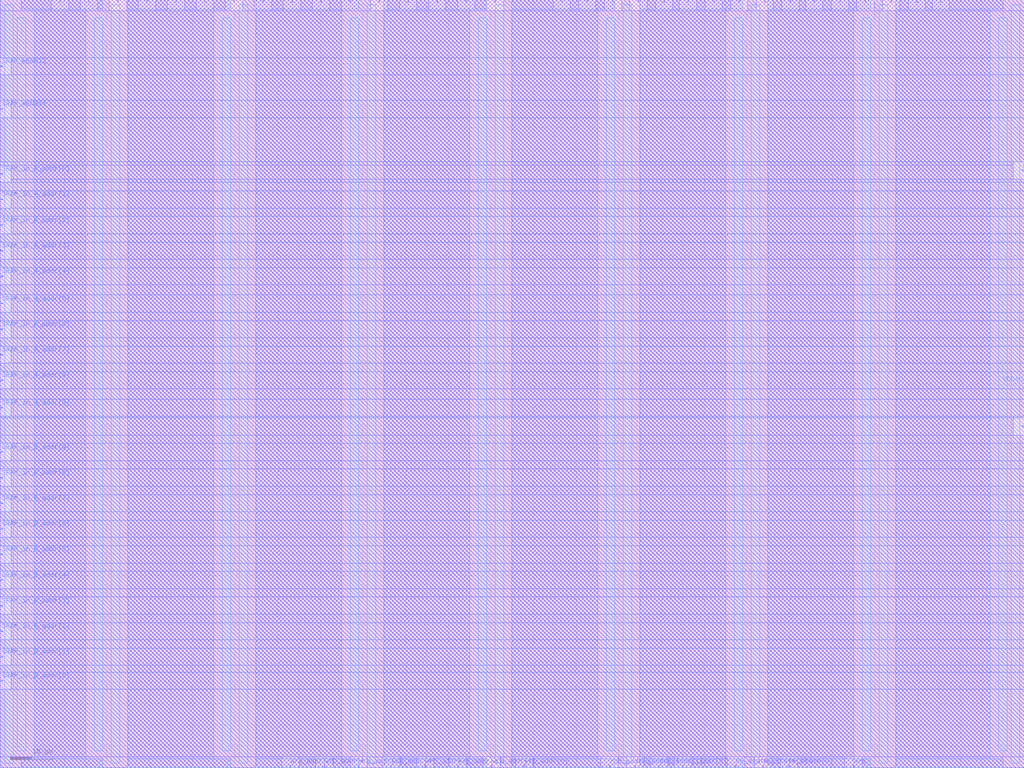
<source format=lef>
###############################################################
#  Generated by:      Cadence Innovus 21.14-s109_1
#  OS:                Linux x86_64(Host ID caen-vnc-mi07.engin.umich.edu)
#  Generated on:      Sun Mar 26 23:38:04 2023
#  Design:            CNN_controller
#  Command:           write_lef_abstract /afs/umich.edu/class/eecs627/w23/groups/group4/CNN_LSTM/MEM/apr/controller/data/CNN_controller.lef -specifyTopLayer 4 -stripePin -PGpinLayers 4
###############################################################

VERSION 5.8 ;

BUSBITCHARS "[]" ;
DIVIDERCHAR "/" ;

MACRO CNN_controller
  CLASS BLOCK ;
  SIZE 240.000000 BY 180.000000 ;
  FOREIGN CNN_controller 0.000000 0.000000 ;
  ORIGIN 0 0 ;
  SYMMETRY X Y R90 ;
  PIN clk
    DIRECTION INPUT ;
    USE SIGNAL ;
    ANTENNAPARTIALMETALAREA 1.38 LAYER M3  ;
    ANTENNAPARTIALMETALSIDEAREA 0.0142 LAYER M3  ;
    ANTENNAMODEL OXIDE1 ;
    ANTENNAGATEAREA 0.8352 LAYER M3  ;
    ANTENNAMAXAREACAR 2.45498 LAYER M3  ;
    ANTENNAMAXSIDEAREACAR 0.0253592 LAYER M3  ;
    ANTENNAMAXCUTCAR 0.191571 LAYER V3  ;
    PORT
      LAYER M3 ;
        RECT 239.400000 139.900000 240.000000 140.100000 ;
    END
  END clk
  PIN reset
    DIRECTION INPUT ;
    USE SIGNAL ;
    ANTENNAPARTIALMETALAREA 11.34 LAYER M3  ;
    ANTENNAPARTIALMETALSIDEAREA 0.1142 LAYER M3  ;
    ANTENNAMODEL OXIDE1 ;
    ANTENNAGATEAREA 0.408 LAYER M3  ;
    ANTENNAMAXAREACAR 31.0493 LAYER M3  ;
    ANTENNAMAXSIDEAREACAR 0.309755 LAYER M3  ;
    ANTENNAMAXCUTCAR 0.392157 LAYER V3  ;
    PORT
      LAYER M3 ;
        RECT 239.400000 79.900000 240.000000 80.100000 ;
    END
  END reset
  PIN PE_state[2]
    DIRECTION OUTPUT ;
    USE SIGNAL ;
    ANTENNAPARTIALMETALAREA 9.18 LAYER M2  ;
    ANTENNAPARTIALMETALSIDEAREA 0.0918 LAYER M2  ;
    ANTENNAPARTIALCUTAREA 0.08 LAYER V2  ;
    ANTENNADIFFAREA 3.576 LAYER M3  ;
    ANTENNAPARTIALMETALAREA 11.96 LAYER M3  ;
    ANTENNAPARTIALMETALSIDEAREA 0.12 LAYER M3  ;
    PORT
      LAYER M2 ;
        RECT 172.300000 0.000000 172.500000 0.600000 ;
    END
  END PE_state[2]
  PIN PE_state[1]
    DIRECTION OUTPUT ;
    USE SIGNAL ;
    ANTENNAPARTIALMETALAREA 4.7 LAYER M2  ;
    ANTENNAPARTIALMETALSIDEAREA 0.047 LAYER M2  ;
    ANTENNAPARTIALCUTAREA 0.08 LAYER V2  ;
    ANTENNADIFFAREA 2.172 LAYER M3  ;
    ANTENNAPARTIALMETALAREA 11.64 LAYER M3  ;
    ANTENNAPARTIALMETALSIDEAREA 0.1168 LAYER M3  ;
    PORT
      LAYER M2 ;
        RECT 178.700000 0.000000 178.900000 0.600000 ;
    END
  END PE_state[1]
  PIN PE_state[0]
    DIRECTION OUTPUT ;
    USE SIGNAL ;
    ANTENNAPARTIALMETALAREA 6.86 LAYER M2  ;
    ANTENNAPARTIALMETALSIDEAREA 0.0686 LAYER M2  ;
    ANTENNAPARTIALCUTAREA 0.08 LAYER V2  ;
    ANTENNADIFFAREA 2.488 LAYER M3  ;
    ANTENNAPARTIALMETALAREA 14.28 LAYER M3  ;
    ANTENNAPARTIALMETALSIDEAREA 0.1432 LAYER M3  ;
    PORT
      LAYER M2 ;
        RECT 184.700000 0.000000 184.900000 0.600000 ;
    END
  END PE_state[0]
  PIN wrb_addr[7]
    DIRECTION OUTPUT ;
    USE SIGNAL ;
    ANTENNAPARTIALMETALAREA 3.26 LAYER M2  ;
    ANTENNAPARTIALMETALSIDEAREA 0.0326 LAYER M2  ;
    ANTENNAPARTIALCUTAREA 0.08 LAYER V2  ;
    ANTENNADIFFAREA 2.014 LAYER M3  ;
    ANTENNAPARTIALMETALAREA 7.64 LAYER M3  ;
    ANTENNAPARTIALMETALSIDEAREA 0.0776 LAYER M3  ;
    ANTENNAMODEL OXIDE1 ;
    ANTENNAGATEAREA 0.5208 LAYER M3  ;
    ANTENNAMAXAREACAR 23.0546 LAYER M3  ;
    ANTENNAMAXSIDEAREACAR 0.234909 LAYER M3  ;
    ANTENNAMAXCUTCAR 1.72414 LAYER V3  ;
    PORT
      LAYER M2 ;
        RECT 67.900000 0.000000 68.100000 0.600000 ;
    END
  END wrb_addr[7]
  PIN wrb_addr[6]
    DIRECTION OUTPUT ;
    USE SIGNAL ;
    ANTENNAPARTIALMETALAREA 2.86 LAYER M2  ;
    ANTENNAPARTIALMETALSIDEAREA 0.0286 LAYER M2  ;
    ANTENNAPARTIALCUTAREA 0.08 LAYER V2  ;
    ANTENNADIFFAREA 3.488 LAYER M3  ;
    ANTENNAPARTIALMETALAREA 4.2 LAYER M3  ;
    ANTENNAPARTIALMETALSIDEAREA 0.0432 LAYER M3  ;
    ANTENNAMODEL OXIDE1 ;
    ANTENNAGATEAREA 0.7968 LAYER M3  ;
    ANTENNAMAXAREACAR 25.3286 LAYER M3  ;
    ANTENNAMAXSIDEAREACAR 0.260826 LAYER M3  ;
    ANTENNAMAXCUTCAR 2.87356 LAYER V3  ;
    PORT
      LAYER M2 ;
        RECT 75.900000 0.000000 76.100000 0.600000 ;
    END
  END wrb_addr[6]
  PIN wrb_addr[5]
    DIRECTION OUTPUT ;
    USE SIGNAL ;
    ANTENNAPARTIALMETALAREA 1.26 LAYER M2  ;
    ANTENNAPARTIALMETALSIDEAREA 0.0126 LAYER M2  ;
    ANTENNAPARTIALCUTAREA 0.08 LAYER V2  ;
    ANTENNADIFFAREA 3.488 LAYER M3  ;
    ANTENNAPARTIALMETALAREA 0.92 LAYER M3  ;
    ANTENNAPARTIALMETALSIDEAREA 0.0096 LAYER M3  ;
    ANTENNAPARTIALCUTAREA 0.08 LAYER V3  ;
    ANTENNADIFFAREA 3.488 LAYER M4  ;
    ANTENNAPARTIALMETALAREA 1.56 LAYER M4  ;
    ANTENNAPARTIALMETALSIDEAREA 0.016 LAYER M4  ;
    ANTENNAMODEL OXIDE1 ;
    ANTENNAGATEAREA 0.5592 LAYER M4  ;
    ANTENNAMAXAREACAR 10.8714 LAYER M4  ;
    ANTENNAMAXSIDEAREACAR 0.112327 LAYER M4  ;
    ANTENNAMAXCUTCAR 1.05215 LAYER V4  ;
    PORT
      LAYER M2 ;
        RECT 83.900000 0.000000 84.100000 0.600000 ;
    END
  END wrb_addr[5]
  PIN wrb_addr[4]
    DIRECTION OUTPUT ;
    USE SIGNAL ;
    ANTENNAPARTIALMETALAREA 3.1 LAYER M2  ;
    ANTENNAPARTIALMETALSIDEAREA 0.031 LAYER M2  ;
    ANTENNAMODEL OXIDE1 ;
    ANTENNAGATEAREA 0.1056 LAYER M2  ;
    ANTENNAMAXAREACAR 30.8977 LAYER M2  ;
    ANTENNAMAXSIDEAREACAR 0.308902 LAYER M2  ;
    ANTENNAPARTIALCUTAREA 0.16 LAYER V2  ;
    ANTENNAMAXCUTCAR 1.89394 LAYER V2  ;
    ANTENNADIFFAREA 3.488 LAYER M3  ;
    ANTENNAPARTIALMETALAREA 1.52 LAYER M3  ;
    ANTENNAPARTIALMETALSIDEAREA 0.016 LAYER M3  ;
    ANTENNAGATEAREA 0.1056 LAYER M3  ;
    ANTENNAMAXAREACAR 45.2917 LAYER M3  ;
    ANTENNAMAXSIDEAREACAR 0.460417 LAYER M3  ;
    ANTENNAPARTIALCUTAREA 0.08 LAYER V3  ;
    ANTENNAMAXCUTCAR 2.65152 LAYER V3  ;
    ANTENNADIFFAREA 3.488 LAYER M4  ;
    ANTENNAPARTIALMETALAREA 0.68 LAYER M4  ;
    ANTENNAPARTIALMETALSIDEAREA 0.0072 LAYER M4  ;
    ANTENNAGATEAREA 0.5568 LAYER M4  ;
    ANTENNAMAXAREACAR 46.5129 LAYER M4  ;
    ANTENNAMAXSIDEAREACAR 0.473348 LAYER M4  ;
    ANTENNAMAXCUTCAR 2.65152 LAYER V4  ;
    PORT
      LAYER M2 ;
        RECT 91.500000 0.000000 91.700000 0.600000 ;
    END
  END wrb_addr[4]
  PIN wrb_addr[3]
    DIRECTION OUTPUT ;
    USE SIGNAL ;
    ANTENNAPARTIALMETALAREA 2.38 LAYER M2  ;
    ANTENNAPARTIALMETALSIDEAREA 0.0238 LAYER M2  ;
    ANTENNAMODEL OXIDE1 ;
    ANTENNAGATEAREA 0.0696 LAYER M2  ;
    ANTENNAMAXAREACAR 36.4368 LAYER M2  ;
    ANTENNAMAXSIDEAREACAR 0.364655 LAYER M2  ;
    ANTENNAPARTIALCUTAREA 0.04 LAYER V2  ;
    ANTENNAMAXCUTCAR 1.14943 LAYER V2  ;
    ANTENNADIFFAREA 2.014 LAYER M3  ;
    ANTENNAPARTIALMETALAREA 0.88 LAYER M3  ;
    ANTENNAPARTIALMETALSIDEAREA 0.0096 LAYER M3  ;
    ANTENNAGATEAREA 0.3912 LAYER M3  ;
    ANTENNAMAXAREACAR 38.6863 LAYER M3  ;
    ANTENNAMAXSIDEAREACAR 0.389195 LAYER M3  ;
    ANTENNAPARTIALCUTAREA 0.04 LAYER V3  ;
    ANTENNAMAXCUTCAR 1.25167 LAYER V3  ;
    ANTENNADIFFAREA 2.014 LAYER M4  ;
    ANTENNAPARTIALMETALAREA 0.44 LAYER M4  ;
    ANTENNAPARTIALMETALSIDEAREA 0.0048 LAYER M4  ;
    ANTENNAGATEAREA 0.564 LAYER M4  ;
    ANTENNAMAXAREACAR 39.4664 LAYER M4  ;
    ANTENNAMAXSIDEAREACAR 0.397706 LAYER M4  ;
    ANTENNAMAXCUTCAR 1.25167 LAYER V4  ;
    PORT
      LAYER M2 ;
        RECT 99.500000 0.000000 99.700000 0.600000 ;
    END
  END wrb_addr[3]
  PIN wrb_addr[2]
    DIRECTION OUTPUT ;
    USE SIGNAL ;
    ANTENNAPARTIALMETALAREA 1.26 LAYER M2  ;
    ANTENNAPARTIALMETALSIDEAREA 0.0126 LAYER M2  ;
    ANTENNAPARTIALCUTAREA 0.08 LAYER V2  ;
    ANTENNADIFFAREA 2.014 LAYER M3  ;
    ANTENNAPARTIALMETALAREA 1.44 LAYER M3  ;
    ANTENNAPARTIALMETALSIDEAREA 0.0152 LAYER M3  ;
    ANTENNAMODEL OXIDE1 ;
    ANTENNAGATEAREA 0.3216 LAYER M3  ;
    ANTENNAMAXAREACAR 8.39428 LAYER M3  ;
    ANTENNAMAXSIDEAREACAR 0.0986526 LAYER M3  ;
    ANTENNAMAXCUTCAR 2.08333 LAYER V3  ;
    PORT
      LAYER M2 ;
        RECT 107.100000 0.000000 107.300000 0.600000 ;
    END
  END wrb_addr[2]
  PIN wrb_addr[1]
    DIRECTION OUTPUT ;
    USE SIGNAL ;
    ANTENNAPARTIALMETALAREA 3.34 LAYER M2  ;
    ANTENNAPARTIALMETALSIDEAREA 0.0334 LAYER M2  ;
    ANTENNAPARTIALCUTAREA 0.08 LAYER V2  ;
    ANTENNADIFFAREA 2.014 LAYER M3  ;
    ANTENNAPARTIALMETALAREA 1.72 LAYER M3  ;
    ANTENNAPARTIALMETALSIDEAREA 0.0176 LAYER M3  ;
    ANTENNAMODEL OXIDE1 ;
    ANTENNAGATEAREA 0.4272 LAYER M3  ;
    ANTENNAMAXAREACAR 8.67823 LAYER M3  ;
    ANTENNAMAXSIDEAREACAR 0.086064 LAYER M3  ;
    ANTENNAMAXCUTCAR 0.490296 LAYER V3  ;
    PORT
      LAYER M2 ;
        RECT 115.100000 0.000000 115.300000 0.600000 ;
    END
  END wrb_addr[1]
  PIN wrb_addr[0]
    DIRECTION OUTPUT ;
    USE SIGNAL ;
    ANTENNAPARTIALMETALAREA 4.62 LAYER M2  ;
    ANTENNAPARTIALMETALSIDEAREA 0.0462 LAYER M2  ;
    ANTENNAPARTIALCUTAREA 0.08 LAYER V2  ;
    ANTENNADIFFAREA 3.488 LAYER M3  ;
    ANTENNAPARTIALMETALAREA 2.32 LAYER M3  ;
    ANTENNAPARTIALMETALSIDEAREA 0.024 LAYER M3  ;
    ANTENNAMODEL OXIDE1 ;
    ANTENNAGATEAREA 0.4272 LAYER M3  ;
    ANTENNAMAXAREACAR 9.84898 LAYER M3  ;
    ANTENNAMAXSIDEAREACAR 0.0997301 LAYER M3  ;
    ANTENNAMAXCUTCAR 0.677462 LAYER V3  ;
    PORT
      LAYER M2 ;
        RECT 122.700000 0.000000 122.900000 0.600000 ;
    END
  END wrb_addr[0]
  PIN wrb
    DIRECTION OUTPUT ;
    USE SIGNAL ;
    ANTENNAPARTIALMETALAREA 3.58 LAYER M2  ;
    ANTENNAPARTIALMETALSIDEAREA 0.0358 LAYER M2  ;
    ANTENNAPARTIALCUTAREA 0.08 LAYER V2  ;
    ANTENNAPARTIALMETALAREA 20.52 LAYER M3  ;
    ANTENNAPARTIALMETALSIDEAREA 0.2056 LAYER M3  ;
    ANTENNAPARTIALCUTAREA 0.08 LAYER V3  ;
    ANTENNADIFFAREA 2.014 LAYER M4  ;
    ANTENNAPARTIALMETALAREA 1.48 LAYER M4  ;
    ANTENNAPARTIALMETALSIDEAREA 0.0152 LAYER M4  ;
    ANTENNAMODEL OXIDE1 ;
    ANTENNAGATEAREA 0.2136 LAYER M4  ;
    ANTENNAMAXAREACAR 19.0197 LAYER M4  ;
    ANTENNAMAXSIDEAREACAR 0.197097 LAYER M4  ;
    ANTENNAMAXCUTCAR 0.93633 LAYER V4  ;
    PORT
      LAYER M2 ;
        RECT 199.900000 0.000000 200.100000 0.600000 ;
    END
  END wrb
  PIN rdB_addr[3]
    DIRECTION OUTPUT ;
    USE SIGNAL ;
    ANTENNAPARTIALMETALAREA 1.26 LAYER M2  ;
    ANTENNAPARTIALMETALSIDEAREA 0.0126 LAYER M2  ;
    ANTENNAPARTIALCUTAREA 0.08 LAYER V2  ;
    ANTENNADIFFAREA 3.94 LAYER M3  ;
    ANTENNAPARTIALMETALAREA 3.8 LAYER M3  ;
    ANTENNAPARTIALMETALSIDEAREA 0.0384 LAYER M3  ;
    PORT
      LAYER M2 ;
        RECT 142.700000 0.000000 142.900000 0.600000 ;
    END
  END rdB_addr[3]
  PIN rdB_addr[2]
    DIRECTION OUTPUT ;
    USE SIGNAL ;
    ANTENNAPARTIALMETALAREA 3.9 LAYER M2  ;
    ANTENNAPARTIALMETALSIDEAREA 0.039 LAYER M2  ;
    ANTENNAPARTIALCUTAREA 0.08 LAYER V2  ;
    ANTENNADIFFAREA 8.294 LAYER M3  ;
    ANTENNAPARTIALMETALAREA 2.56 LAYER M3  ;
    ANTENNAPARTIALMETALSIDEAREA 0.0264 LAYER M3  ;
    ANTENNAMODEL OXIDE1 ;
    ANTENNAGATEAREA 0.1728 LAYER M3  ;
    ANTENNAMAXAREACAR 41.4722 LAYER M3  ;
    ANTENNAMAXSIDEAREACAR 0.41713 LAYER M3  ;
    ANTENNAMAXCUTCAR 1.15741 LAYER V3  ;
    PORT
      LAYER M2 ;
        RECT 148.700000 0.000000 148.900000 0.600000 ;
    END
  END rdB_addr[2]
  PIN rdB_addr[1]
    DIRECTION OUTPUT ;
    USE SIGNAL ;
    ANTENNAPARTIALMETALAREA 7.42 LAYER M2  ;
    ANTENNAPARTIALMETALSIDEAREA 0.0742 LAYER M2  ;
    ANTENNAPARTIALCUTAREA 0.08 LAYER V2  ;
    ANTENNADIFFAREA 4.2 LAYER M3  ;
    ANTENNAPARTIALMETALAREA 7.2 LAYER M3  ;
    ANTENNAPARTIALMETALSIDEAREA 0.0728 LAYER M3  ;
    ANTENNAMODEL OXIDE1 ;
    ANTENNAGATEAREA 0.3072 LAYER M3  ;
    ANTENNAMAXAREACAR 37.0685 LAYER M3  ;
    ANTENNAMAXSIDEAREACAR 0.375244 LAYER M3  ;
    ANTENNAMAXCUTCAR 1.70068 LAYER V3  ;
    PORT
      LAYER M2 ;
        RECT 154.300000 0.000000 154.500000 0.600000 ;
    END
  END rdB_addr[1]
  PIN rdB_addr[0]
    DIRECTION OUTPUT ;
    USE SIGNAL ;
    ANTENNAPARTIALMETALAREA 6.62 LAYER M2  ;
    ANTENNAPARTIALMETALSIDEAREA 0.0662 LAYER M2  ;
    ANTENNAPARTIALCUTAREA 0.08 LAYER V2  ;
    ANTENNADIFFAREA 2.816 LAYER M3  ;
    ANTENNAPARTIALMETALAREA 6.68 LAYER M3  ;
    ANTENNAPARTIALMETALSIDEAREA 0.068 LAYER M3  ;
    ANTENNAMODEL OXIDE1 ;
    ANTENNAGATEAREA 0.4224 LAYER M3  ;
    ANTENNAMAXAREACAR 31.2294 LAYER M3  ;
    ANTENNAMAXSIDEAREACAR 0.320169 LAYER M3  ;
    ANTENNAMAXCUTCAR 1.70068 LAYER V3  ;
    PORT
      LAYER M2 ;
        RECT 159.900000 0.000000 160.100000 0.600000 ;
    END
  END rdB_addr[0]
  PIN mem_addr1[15]
    DIRECTION OUTPUT ;
    USE SIGNAL ;
    ANTENNAPARTIALMETALAREA 0.16 LAYER M2  ;
    ANTENNAPARTIALMETALSIDEAREA 0.0016 LAYER M2  ;
    ANTENNAPARTIALCUTAREA 0.08 LAYER V2  ;
    ANTENNAPARTIALMETALAREA 21.92 LAYER M3  ;
    ANTENNAPARTIALMETALSIDEAREA 0.22 LAYER M3  ;
    ANTENNAPARTIALCUTAREA 0.08 LAYER V3  ;
    ANTENNADIFFAREA 2.176 LAYER M4  ;
    ANTENNAPARTIALMETALAREA 1.16 LAYER M4  ;
    ANTENNAPARTIALMETALSIDEAREA 0.012 LAYER M4  ;
    ANTENNAMODEL OXIDE1 ;
    ANTENNAGATEAREA 0.612 LAYER M4  ;
    ANTENNAMAXAREACAR 22.4982 LAYER M4  ;
    ANTENNAMAXSIDEAREACAR 0.228243 LAYER M4  ;
    ANTENNAMAXCUTCAR 1.4328 LAYER V4  ;
    PORT
      LAYER M2 ;
        RECT 13.900000 179.400000 14.100000 180.000000 ;
    END
  END mem_addr1[15]
  PIN mem_addr1[14]
    DIRECTION OUTPUT ;
    USE SIGNAL ;
    ANTENNAPARTIALMETALAREA 2.3 LAYER M2  ;
    ANTENNAPARTIALMETALSIDEAREA 0.023 LAYER M2  ;
    ANTENNAPARTIALCUTAREA 0.08 LAYER V2  ;
    ANTENNADIFFAREA 4.168 LAYER M3  ;
    ANTENNAPARTIALMETALAREA 30.68 LAYER M3  ;
    ANTENNAPARTIALMETALSIDEAREA 0.3072 LAYER M3  ;
    ANTENNAMODEL OXIDE1 ;
    ANTENNAGATEAREA 0.4656 LAYER M3  ;
    ANTENNAMAXAREACAR 73.2021 LAYER M3  ;
    ANTENNAMAXSIDEAREACAR 0.736226 LAYER M3  ;
    ANTENNAPARTIALCUTAREA 0.08 LAYER V3  ;
    ANTENNAMAXCUTCAR 0.978273 LAYER V3  ;
    ANTENNADIFFAREA 4.168 LAYER M4  ;
    ANTENNAPARTIALMETALAREA 1.08 LAYER M4  ;
    ANTENNAPARTIALMETALSIDEAREA 0.0112 LAYER M4  ;
    ANTENNAGATEAREA 0.7752 LAYER M4  ;
    ANTENNAMAXAREACAR 74.5953 LAYER M4  ;
    ANTENNAMAXSIDEAREACAR 0.750674 LAYER M4  ;
    ANTENNAMAXCUTCAR 1.16749 LAYER V4  ;
    PORT
      LAYER M2 ;
        RECT 20.700000 179.400000 20.900000 180.000000 ;
    END
  END mem_addr1[14]
  PIN mem_addr1[13]
    DIRECTION OUTPUT ;
    USE SIGNAL ;
    ANTENNAPARTIALMETALAREA 2.78 LAYER M2  ;
    ANTENNAPARTIALMETALSIDEAREA 0.0278 LAYER M2  ;
    ANTENNAPARTIALCUTAREA 0.08 LAYER V2  ;
    ANTENNAPARTIALMETALAREA 28.52 LAYER M3  ;
    ANTENNAPARTIALMETALSIDEAREA 0.2864 LAYER M3  ;
    ANTENNAMODEL OXIDE1 ;
    ANTENNAGATEAREA 0.5808 LAYER M3  ;
    ANTENNAMAXAREACAR 58.5926 LAYER M3  ;
    ANTENNAMAXSIDEAREACAR 0.591446 LAYER M3  ;
    ANTENNAPARTIALCUTAREA 0.08 LAYER V3  ;
    ANTENNAMAXCUTCAR 1.65289 LAYER V3  ;
    ANTENNADIFFAREA 2.176 LAYER M4  ;
    ANTENNAPARTIALMETALAREA 1.72 LAYER M4  ;
    ANTENNAPARTIALMETALSIDEAREA 0.0176 LAYER M4  ;
    ANTENNAGATEAREA 0.8208 LAYER M4  ;
    ANTENNAMAXAREACAR 60.6881 LAYER M4  ;
    ANTENNAMAXSIDEAREACAR 0.612889 LAYER M4  ;
    ANTENNAMAXCUTCAR 2.71429 LAYER V4  ;
    PORT
      LAYER M2 ;
        RECT 27.500000 179.400000 27.700000 180.000000 ;
    END
  END mem_addr1[13]
  PIN mem_addr1[12]
    DIRECTION OUTPUT ;
    USE SIGNAL ;
    ANTENNAPARTIALMETALAREA 1.5 LAYER M2  ;
    ANTENNAPARTIALMETALSIDEAREA 0.015 LAYER M2  ;
    ANTENNAPARTIALCUTAREA 0.08 LAYER V2  ;
    ANTENNADIFFAREA 3.488 LAYER M3  ;
    ANTENNAPARTIALMETALAREA 24 LAYER M3  ;
    ANTENNAPARTIALMETALSIDEAREA 0.2416 LAYER M3  ;
    ANTENNAMODEL OXIDE1 ;
    ANTENNAGATEAREA 0.7944 LAYER M3  ;
    ANTENNAMAXAREACAR 46.0474 LAYER M3  ;
    ANTENNAMAXSIDEAREACAR 0.466949 LAYER M3  ;
    ANTENNAMAXCUTCAR 1.66667 LAYER V3  ;
    PORT
      LAYER M2 ;
        RECT 34.300000 179.400000 34.500000 180.000000 ;
    END
  END mem_addr1[12]
  PIN mem_addr1[11]
    DIRECTION OUTPUT ;
    USE SIGNAL ;
    ANTENNAPARTIALMETALAREA 2.14 LAYER M2  ;
    ANTENNAPARTIALMETALSIDEAREA 0.0214 LAYER M2  ;
    ANTENNAPARTIALCUTAREA 0.08 LAYER V2  ;
    ANTENNADIFFAREA 3.488 LAYER M3  ;
    ANTENNAPARTIALMETALAREA 22.52 LAYER M3  ;
    ANTENNAPARTIALMETALSIDEAREA 0.2264 LAYER M3  ;
    ANTENNAMODEL OXIDE1 ;
    ANTENNAGATEAREA 0.84 LAYER M3  ;
    ANTENNAMAXAREACAR 50.3942 LAYER M3  ;
    ANTENNAMAXSIDEAREACAR 0.511321 LAYER M3  ;
    ANTENNAMAXCUTCAR 1.66667 LAYER V3  ;
    PORT
      LAYER M2 ;
        RECT 41.100000 179.400000 41.300000 180.000000 ;
    END
  END mem_addr1[11]
  PIN mem_addr1[10]
    DIRECTION OUTPUT ;
    USE SIGNAL ;
    ANTENNAPARTIALMETALAREA 1.34 LAYER M2  ;
    ANTENNAPARTIALMETALSIDEAREA 0.0134 LAYER M2  ;
    ANTENNAPARTIALCUTAREA 0.08 LAYER V2  ;
    ANTENNAPARTIALMETALAREA 15.68 LAYER M3  ;
    ANTENNAPARTIALMETALSIDEAREA 0.1576 LAYER M3  ;
    ANTENNAMODEL OXIDE1 ;
    ANTENNAGATEAREA 0.3696 LAYER M3  ;
    ANTENNAMAXAREACAR 53.602 LAYER M3  ;
    ANTENNAMAXSIDEAREACAR 0.541963 LAYER M3  ;
    ANTENNAPARTIALCUTAREA 0.08 LAYER V3  ;
    ANTENNAMAXCUTCAR 2.43867 LAYER V3  ;
    ANTENNADIFFAREA 2.176 LAYER M4  ;
    ANTENNAPARTIALMETALAREA 2.92 LAYER M4  ;
    ANTENNAPARTIALMETALSIDEAREA 0.0296 LAYER M4  ;
    ANTENNAGATEAREA 0.8784 LAYER M4  ;
    ANTENNAMAXAREACAR 56.9262 LAYER M4  ;
    ANTENNAMAXSIDEAREACAR 0.57566 LAYER M4  ;
    ANTENNAMAXCUTCAR 2.43867 LAYER V4  ;
    PORT
      LAYER M2 ;
        RECT 47.900000 179.400000 48.100000 180.000000 ;
    END
  END mem_addr1[10]
  PIN mem_addr1[9]
    DIRECTION OUTPUT ;
    USE SIGNAL ;
    ANTENNAPARTIALMETALAREA 3.66 LAYER M2  ;
    ANTENNAPARTIALMETALSIDEAREA 0.0366 LAYER M2  ;
    ANTENNAPARTIALCUTAREA 0.08 LAYER V2  ;
    ANTENNADIFFAREA 2.176 LAYER M3  ;
    ANTENNAPARTIALMETALAREA 14.4 LAYER M3  ;
    ANTENNAPARTIALMETALSIDEAREA 0.1448 LAYER M3  ;
    ANTENNAMODEL OXIDE1 ;
    ANTENNAGATEAREA 0.9048 LAYER M3  ;
    ANTENNAMAXAREACAR 22.5729 LAYER M3  ;
    ANTENNAMAXSIDEAREACAR 0.228924 LAYER M3  ;
    ANTENNAMAXCUTCAR 1.07527 LAYER V3  ;
    PORT
      LAYER M2 ;
        RECT 54.700000 179.400000 54.900000 180.000000 ;
    END
  END mem_addr1[9]
  PIN mem_addr1[8]
    DIRECTION OUTPUT ;
    USE SIGNAL ;
    ANTENNAPARTIALMETALAREA 3.26 LAYER M2  ;
    ANTENNAPARTIALMETALSIDEAREA 0.0326 LAYER M2  ;
    ANTENNAPARTIALCUTAREA 0.08 LAYER V2  ;
    ANTENNADIFFAREA 2.176 LAYER M3  ;
    ANTENNAPARTIALMETALAREA 15.4 LAYER M3  ;
    ANTENNAPARTIALMETALSIDEAREA 0.1552 LAYER M3  ;
    ANTENNAMODEL OXIDE1 ;
    ANTENNAGATEAREA 1.0008 LAYER M3  ;
    ANTENNAMAXAREACAR 36.0562 LAYER M3  ;
    ANTENNAMAXSIDEAREACAR 0.361028 LAYER M3  ;
    ANTENNAMAXCUTCAR 1.73993 LAYER V3  ;
    PORT
      LAYER M2 ;
        RECT 61.500000 179.400000 61.700000 180.000000 ;
    END
  END mem_addr1[8]
  PIN mem_addr1[7]
    DIRECTION OUTPUT ;
    USE SIGNAL ;
    ANTENNAPARTIALMETALAREA 2.46 LAYER M2  ;
    ANTENNAPARTIALMETALSIDEAREA 0.0246 LAYER M2  ;
    ANTENNAPARTIALCUTAREA 0.08 LAYER V2  ;
    ANTENNAPARTIALMETALAREA 4.84 LAYER M3  ;
    ANTENNAPARTIALMETALSIDEAREA 0.0488 LAYER M3  ;
    ANTENNAMODEL OXIDE1 ;
    ANTENNAGATEAREA 0.1488 LAYER M3  ;
    ANTENNAMAXAREACAR 35.8689 LAYER M3  ;
    ANTENNAMAXSIDEAREACAR 0.363038 LAYER M3  ;
    ANTENNAPARTIALCUTAREA 0.08 LAYER V3  ;
    ANTENNAMAXCUTCAR 1.6129 LAYER V3  ;
    ANTENNADIFFAREA 2.176 LAYER M4  ;
    ANTENNAPARTIALMETALAREA 3.32 LAYER M4  ;
    ANTENNAPARTIALMETALSIDEAREA 0.0344 LAYER M4  ;
    ANTENNAGATEAREA 1.1928 LAYER M4  ;
    ANTENNAMAXAREACAR 38.6523 LAYER M4  ;
    ANTENNAMAXSIDEAREACAR 0.391877 LAYER M4  ;
    ANTENNAMAXCUTCAR 3.84615 LAYER V4  ;
    PORT
      LAYER M2 ;
        RECT 68.300000 179.400000 68.500000 180.000000 ;
    END
  END mem_addr1[7]
  PIN mem_addr1[6]
    DIRECTION OUTPUT ;
    USE SIGNAL ;
    ANTENNAPARTIALMETALAREA 2.46 LAYER M2  ;
    ANTENNAPARTIALMETALSIDEAREA 0.0246 LAYER M2  ;
    ANTENNAMODEL OXIDE1 ;
    ANTENNAGATEAREA 0.1488 LAYER M2  ;
    ANTENNAMAXAREACAR 17.5531 LAYER M2  ;
    ANTENNAMAXSIDEAREACAR 0.176075 LAYER M2  ;
    ANTENNAPARTIALCUTAREA 0.08 LAYER V2  ;
    ANTENNAMAXCUTCAR 0.806452 LAYER V2  ;
    ANTENNAPARTIALMETALAREA 5.72 LAYER M3  ;
    ANTENNAPARTIALMETALSIDEAREA 0.0576 LAYER M3  ;
    ANTENNAGATEAREA 0.1488 LAYER M3  ;
    ANTENNAMAXAREACAR 55.9939 LAYER M3  ;
    ANTENNAMAXSIDEAREACAR 0.563172 LAYER M3  ;
    ANTENNAPARTIALCUTAREA 0.08 LAYER V3  ;
    ANTENNAMAXCUTCAR 1.34409 LAYER V3  ;
    ANTENNADIFFAREA 2.176 LAYER M4  ;
    ANTENNAPARTIALMETALAREA 1 LAYER M4  ;
    ANTENNAPARTIALMETALSIDEAREA 0.0104 LAYER M4  ;
    ANTENNAGATEAREA 0.852 LAYER M4  ;
    ANTENNAMAXAREACAR 57.1677 LAYER M4  ;
    ANTENNAMAXSIDEAREACAR 0.575379 LAYER M4  ;
    ANTENNAMAXCUTCAR 1.34409 LAYER V4  ;
    PORT
      LAYER M2 ;
        RECT 75.100000 179.400000 75.300000 180.000000 ;
    END
  END mem_addr1[6]
  PIN mem_addr1[5]
    DIRECTION OUTPUT ;
    USE SIGNAL ;
    ANTENNADIFFAREA 2.176 LAYER M2  ;
    ANTENNAPARTIALMETALAREA 5.9 LAYER M2  ;
    ANTENNAPARTIALMETALSIDEAREA 0.059 LAYER M2  ;
    ANTENNAPARTIALCUTAREA 0.16 LAYER V2  ;
    ANTENNADIFFAREA 2.176 LAYER M3  ;
    ANTENNAPARTIALMETALAREA 7.48 LAYER M3  ;
    ANTENNAPARTIALMETALSIDEAREA 0.0768 LAYER M3  ;
    ANTENNAMODEL OXIDE1 ;
    ANTENNAGATEAREA 0.9504 LAYER M3  ;
    ANTENNAMAXAREACAR 17.3666 LAYER M3  ;
    ANTENNAMAXSIDEAREACAR 0.179482 LAYER M3  ;
    ANTENNAMAXCUTCAR 2.0202 LAYER V3  ;
    PORT
      LAYER M2 ;
        RECT 81.900000 179.400000 82.100000 180.000000 ;
    END
  END mem_addr1[5]
  PIN mem_addr1[4]
    DIRECTION OUTPUT ;
    USE SIGNAL ;
    ANTENNAPARTIALMETALAREA 3.18 LAYER M2  ;
    ANTENNAPARTIALMETALSIDEAREA 0.0318 LAYER M2  ;
    ANTENNAMODEL OXIDE1 ;
    ANTENNAGATEAREA 0.072 LAYER M2  ;
    ANTENNAMAXAREACAR 45.4667 LAYER M2  ;
    ANTENNAMAXSIDEAREACAR 0.458889 LAYER M2  ;
    ANTENNAPARTIALCUTAREA 0.08 LAYER V2  ;
    ANTENNAMAXCUTCAR 1.66667 LAYER V2  ;
    ANTENNADIFFAREA 2.176 LAYER M3  ;
    ANTENNAPARTIALMETALAREA 4.36 LAYER M3  ;
    ANTENNAPARTIALMETALSIDEAREA 0.0448 LAYER M3  ;
    ANTENNAGATEAREA 0.4752 LAYER M3  ;
    ANTENNAMAXAREACAR 54.6418 LAYER M3  ;
    ANTENNAMAXSIDEAREACAR 0.553165 LAYER M3  ;
    ANTENNAPARTIALCUTAREA 0.08 LAYER V3  ;
    ANTENNAMAXCUTCAR 2.06229 LAYER V3  ;
    ANTENNADIFFAREA 2.176 LAYER M4  ;
    ANTENNAPARTIALMETALAREA 4.12 LAYER M4  ;
    ANTENNAPARTIALMETALSIDEAREA 0.0416 LAYER M4  ;
    ANTENNAGATEAREA 0.648 LAYER M4  ;
    ANTENNAMAXAREACAR 60.9998 LAYER M4  ;
    ANTENNAMAXSIDEAREACAR 0.617362 LAYER M4  ;
    ANTENNAMAXCUTCAR 2.06229 LAYER V4  ;
    PORT
      LAYER M2 ;
        RECT 88.700000 179.400000 88.900000 180.000000 ;
    END
  END mem_addr1[4]
  PIN mem_addr1[3]
    DIRECTION OUTPUT ;
    USE SIGNAL ;
    ANTENNAPARTIALMETALAREA 2.86 LAYER M2  ;
    ANTENNAPARTIALMETALSIDEAREA 0.0286 LAYER M2  ;
    ANTENNAPARTIALCUTAREA 0.08 LAYER V2  ;
    ANTENNAPARTIALMETALAREA 2.36 LAYER M3  ;
    ANTENNAPARTIALMETALSIDEAREA 0.024 LAYER M3  ;
    ANTENNAPARTIALCUTAREA 0.08 LAYER V3  ;
    ANTENNADIFFAREA 2.176 LAYER M4  ;
    ANTENNAPARTIALMETALAREA 1.08 LAYER M4  ;
    ANTENNAPARTIALMETALSIDEAREA 0.0112 LAYER M4  ;
    ANTENNAMODEL OXIDE1 ;
    ANTENNAGATEAREA 0.7248 LAYER M4  ;
    ANTENNAMAXAREACAR 32.3405 LAYER M4  ;
    ANTENNAMAXSIDEAREACAR 0.326721 LAYER M4  ;
    ANTENNAMAXCUTCAR 1.72328 LAYER V4  ;
    PORT
      LAYER M2 ;
        RECT 95.500000 179.400000 95.700000 180.000000 ;
    END
  END mem_addr1[3]
  PIN mem_addr1[2]
    DIRECTION OUTPUT ;
    USE SIGNAL ;
    ANTENNAPARTIALMETALAREA 0.06 LAYER M2  ;
    ANTENNAPARTIALMETALSIDEAREA 0.0006 LAYER M2  ;
    ANTENNAPARTIALCUTAREA 0.04 LAYER V2  ;
    ANTENNAPARTIALMETALAREA 7.96 LAYER M3  ;
    ANTENNAPARTIALMETALSIDEAREA 0.0808 LAYER M3  ;
    ANTENNAMODEL OXIDE1 ;
    ANTENNAGATEAREA 0.66 LAYER M3  ;
    ANTENNAMAXAREACAR 37.4457 LAYER M3  ;
    ANTENNAMAXSIDEAREACAR 0.377935 LAYER M3  ;
    ANTENNAPARTIALCUTAREA 0.08 LAYER V3  ;
    ANTENNAMAXCUTCAR 1.73412 LAYER V3  ;
    ANTENNADIFFAREA 2.176 LAYER M4  ;
    ANTENNAPARTIALMETALAREA 3.24 LAYER M4  ;
    ANTENNAPARTIALMETALSIDEAREA 0.0328 LAYER M4  ;
    ANTENNAGATEAREA 1.14 LAYER M4  ;
    ANTENNAMAXAREACAR 40.2878 LAYER M4  ;
    ANTENNAMAXSIDEAREACAR 0.406707 LAYER M4  ;
    ANTENNAMAXCUTCAR 1.73412 LAYER V4  ;
    PORT
      LAYER M2 ;
        RECT 102.300000 179.400000 102.500000 180.000000 ;
    END
  END mem_addr1[2]
  PIN mem_addr1[1]
    DIRECTION OUTPUT ;
    USE SIGNAL ;
    ANTENNAPARTIALMETALAREA 0.7 LAYER M2  ;
    ANTENNAPARTIALMETALSIDEAREA 0.007 LAYER M2  ;
    ANTENNAPARTIALCUTAREA 0.08 LAYER V2  ;
    ANTENNAPARTIALMETALAREA 5.96 LAYER M3  ;
    ANTENNAPARTIALMETALSIDEAREA 0.0608 LAYER M3  ;
    ANTENNAMODEL OXIDE1 ;
    ANTENNAGATEAREA 0.5616 LAYER M3  ;
    ANTENNAMAXAREACAR 38.6858 LAYER M3  ;
    ANTENNAMAXSIDEAREACAR 0.390655 LAYER M3  ;
    ANTENNAPARTIALCUTAREA 0.08 LAYER V3  ;
    ANTENNAMAXCUTCAR 1.75535 LAYER V3  ;
    ANTENNADIFFAREA 2.176 LAYER M4  ;
    ANTENNAPARTIALMETALAREA 4.32 LAYER M4  ;
    ANTENNAPARTIALMETALSIDEAREA 0.044 LAYER M4  ;
    ANTENNAGATEAREA 0.9696 LAYER M4  ;
    ANTENNAMAXAREACAR 43.1412 LAYER M4  ;
    ANTENNAMAXSIDEAREACAR 0.436034 LAYER M4  ;
    ANTENNAMAXCUTCAR 1.75535 LAYER V4  ;
    PORT
      LAYER M2 ;
        RECT 109.100000 179.400000 109.300000 180.000000 ;
    END
  END mem_addr1[1]
  PIN mem_addr1[0]
    DIRECTION OUTPUT ;
    USE SIGNAL ;
    ANTENNAPARTIALMETALAREA 0.06 LAYER M2  ;
    ANTENNAPARTIALMETALSIDEAREA 0.0006 LAYER M2  ;
    ANTENNAPARTIALCUTAREA 0.04 LAYER V2  ;
    ANTENNAPARTIALMETALAREA 2.68 LAYER M3  ;
    ANTENNAPARTIALMETALSIDEAREA 0.0272 LAYER M3  ;
    ANTENNAPARTIALCUTAREA 0.08 LAYER V3  ;
    ANTENNADIFFAREA 4.168 LAYER M4  ;
    ANTENNAPARTIALMETALAREA 21.6 LAYER M4  ;
    ANTENNAPARTIALMETALSIDEAREA 0.2176 LAYER M4  ;
    ANTENNAMODEL OXIDE1 ;
    ANTENNAGATEAREA 0.7464 LAYER M4  ;
    ANTENNAMAXAREACAR 59.4246 LAYER M4  ;
    ANTENNAMAXSIDEAREACAR 0.60234 LAYER M4  ;
    ANTENNAMAXCUTCAR 1.6129 LAYER V4  ;
    PORT
      LAYER M2 ;
        RECT 115.900000 179.400000 116.100000 180.000000 ;
    END
  END mem_addr1[0]
  PIN mem_addr2[15]
    DIRECTION OUTPUT ;
    USE SIGNAL ;
    ANTENNAPARTIALMETALAREA 3.66 LAYER M2  ;
    ANTENNAPARTIALMETALSIDEAREA 0.0366 LAYER M2  ;
    ANTENNAPARTIALCUTAREA 0.08 LAYER V2  ;
    ANTENNADIFFAREA 2.014 LAYER M3  ;
    ANTENNAPARTIALMETALAREA 6.56 LAYER M3  ;
    ANTENNAPARTIALMETALSIDEAREA 0.0664 LAYER M3  ;
    ANTENNAMODEL OXIDE1 ;
    ANTENNAGATEAREA 0.1728 LAYER M3  ;
    ANTENNAMAXAREACAR 41.3565 LAYER M3  ;
    ANTENNAMAXSIDEAREACAR 0.421875 LAYER M3  ;
    ANTENNAMAXCUTCAR 0.694444 LAYER V3  ;
    PORT
      LAYER M2 ;
        RECT 131.500000 179.400000 131.700000 180.000000 ;
    END
  END mem_addr2[15]
  PIN mem_addr2[14]
    DIRECTION OUTPUT ;
    USE SIGNAL ;
    ANTENNAPARTIALMETALAREA 0.7 LAYER M2  ;
    ANTENNAPARTIALMETALSIDEAREA 0.007 LAYER M2  ;
    ANTENNAPARTIALCUTAREA 0.08 LAYER V2  ;
    ANTENNAPARTIALMETALAREA 5.08 LAYER M3  ;
    ANTENNAPARTIALMETALSIDEAREA 0.0512 LAYER M3  ;
    ANTENNAPARTIALCUTAREA 0.08 LAYER V3  ;
    ANTENNADIFFAREA 2.014 LAYER M4  ;
    ANTENNAPARTIALMETALAREA 7.4 LAYER M4  ;
    ANTENNAPARTIALMETALSIDEAREA 0.0744 LAYER M4  ;
    ANTENNAMODEL OXIDE1 ;
    ANTENNAGATEAREA 0.1728 LAYER M4  ;
    ANTENNAMAXAREACAR 53.8565 LAYER M4  ;
    ANTENNAMAXSIDEAREACAR 0.546875 LAYER M4  ;
    ANTENNAMAXCUTCAR 1.15741 LAYER V4  ;
    PORT
      LAYER M2 ;
        RECT 137.500000 179.400000 137.700000 180.000000 ;
    END
  END mem_addr2[14]
  PIN mem_addr2[13]
    DIRECTION OUTPUT ;
    USE SIGNAL ;
    ANTENNAPARTIALMETALAREA 0.06 LAYER M2  ;
    ANTENNAPARTIALMETALSIDEAREA 0.0006 LAYER M2  ;
    ANTENNAPARTIALCUTAREA 0.04 LAYER V2  ;
    ANTENNAPARTIALMETALAREA 1.48 LAYER M3  ;
    ANTENNAPARTIALMETALSIDEAREA 0.0152 LAYER M3  ;
    ANTENNAPARTIALCUTAREA 0.08 LAYER V3  ;
    ANTENNADIFFAREA 2.014 LAYER M4  ;
    ANTENNAPARTIALMETALAREA 4.96 LAYER M4  ;
    ANTENNAPARTIALMETALSIDEAREA 0.0504 LAYER M4  ;
    ANTENNAMODEL OXIDE1 ;
    ANTENNAGATEAREA 0.1728 LAYER M4  ;
    ANTENNAMAXAREACAR 46.6806 LAYER M4  ;
    ANTENNAMAXSIDEAREACAR 0.477431 LAYER M4  ;
    ANTENNAMAXCUTCAR 1.15741 LAYER V4  ;
    PORT
      LAYER M2 ;
        RECT 143.500000 179.400000 143.700000 180.000000 ;
    END
  END mem_addr2[13]
  PIN mem_addr2[12]
    DIRECTION OUTPUT ;
    USE SIGNAL ;
    ANTENNAPARTIALMETALAREA 2.46 LAYER M2  ;
    ANTENNAPARTIALMETALSIDEAREA 0.0246 LAYER M2  ;
    ANTENNAPARTIALCUTAREA 0.08 LAYER V2  ;
    ANTENNADIFFAREA 2.014 LAYER M3  ;
    ANTENNAPARTIALMETALAREA 7.36 LAYER M3  ;
    ANTENNAPARTIALMETALSIDEAREA 0.0744 LAYER M3  ;
    ANTENNAMODEL OXIDE1 ;
    ANTENNAGATEAREA 0.1728 LAYER M3  ;
    ANTENNAMAXAREACAR 45.9861 LAYER M3  ;
    ANTENNAMAXSIDEAREACAR 0.468171 LAYER M3  ;
    ANTENNAMAXCUTCAR 0.694444 LAYER V3  ;
    PORT
      LAYER M2 ;
        RECT 149.500000 179.400000 149.700000 180.000000 ;
    END
  END mem_addr2[12]
  PIN mem_addr2[11]
    DIRECTION OUTPUT ;
    USE SIGNAL ;
    ANTENNAPARTIALMETALAREA 3.58 LAYER M2  ;
    ANTENNAPARTIALMETALSIDEAREA 0.0358 LAYER M2  ;
    ANTENNAPARTIALCUTAREA 0.08 LAYER V2  ;
    ANTENNAPARTIALMETALAREA 0.12 LAYER M3  ;
    ANTENNAPARTIALMETALSIDEAREA 0.0016 LAYER M3  ;
    ANTENNAPARTIALCUTAREA 0.08 LAYER V3  ;
    ANTENNADIFFAREA 2.014 LAYER M4  ;
    ANTENNAPARTIALMETALAREA 2.92 LAYER M4  ;
    ANTENNAPARTIALMETALSIDEAREA 0.0296 LAYER M4  ;
    ANTENNAMODEL OXIDE1 ;
    ANTENNAGATEAREA 0.1728 LAYER M4  ;
    ANTENNAMAXAREACAR 24.4583 LAYER M4  ;
    ANTENNAMAXSIDEAREACAR 0.255208 LAYER M4  ;
    ANTENNAMAXCUTCAR 1.15741 LAYER V4  ;
    PORT
      LAYER M2 ;
        RECT 155.500000 179.400000 155.700000 180.000000 ;
    END
  END mem_addr2[11]
  PIN mem_addr2[10]
    DIRECTION OUTPUT ;
    USE SIGNAL ;
    ANTENNAPARTIALMETALAREA 1.66 LAYER M2  ;
    ANTENNAPARTIALMETALSIDEAREA 0.0166 LAYER M2  ;
    ANTENNAPARTIALCUTAREA 0.08 LAYER V2  ;
    ANTENNAPARTIALMETALAREA 1.08 LAYER M3  ;
    ANTENNAPARTIALMETALSIDEAREA 0.0112 LAYER M3  ;
    ANTENNAPARTIALCUTAREA 0.08 LAYER V3  ;
    ANTENNADIFFAREA 2.014 LAYER M4  ;
    ANTENNAPARTIALMETALAREA 6.04 LAYER M4  ;
    ANTENNAPARTIALMETALSIDEAREA 0.0608 LAYER M4  ;
    ANTENNAMODEL OXIDE1 ;
    ANTENNAGATEAREA 0.1392 LAYER M4  ;
    ANTENNAMAXAREACAR 65.3807 LAYER M4  ;
    ANTENNAMAXSIDEAREACAR 0.660201 LAYER M4  ;
    ANTENNAMAXCUTCAR 1.72414 LAYER V4  ;
    PORT
      LAYER M2 ;
        RECT 161.100000 179.400000 161.300000 180.000000 ;
    END
  END mem_addr2[10]
  PIN mem_addr2[9]
    DIRECTION OUTPUT ;
    USE SIGNAL ;
    ANTENNAPARTIALMETALAREA 2.22 LAYER M2  ;
    ANTENNAPARTIALMETALSIDEAREA 0.0222 LAYER M2  ;
    ANTENNAPARTIALCUTAREA 0.08 LAYER V2  ;
    ANTENNAPARTIALMETALAREA 8.08 LAYER M3  ;
    ANTENNAPARTIALMETALSIDEAREA 0.0816 LAYER M3  ;
    ANTENNAPARTIALCUTAREA 0.08 LAYER V3  ;
    ANTENNADIFFAREA 3.96 LAYER M4  ;
    ANTENNAPARTIALMETALAREA 14.04 LAYER M4  ;
    ANTENNAPARTIALMETALSIDEAREA 0.1408 LAYER M4  ;
    ANTENNAMODEL OXIDE1 ;
    ANTENNAGATEAREA 0.132 LAYER M4  ;
    ANTENNAMAXAREACAR 152.162 LAYER M4  ;
    ANTENNAMAXSIDEAREACAR 1.52818 LAYER M4  ;
    ANTENNAMAXCUTCAR 2.42424 LAYER V4  ;
    PORT
      LAYER M2 ;
        RECT 167.100000 179.400000 167.300000 180.000000 ;
    END
  END mem_addr2[9]
  PIN mem_addr2[8]
    DIRECTION OUTPUT ;
    USE SIGNAL ;
    ANTENNAPARTIALMETALAREA 0.06 LAYER M2  ;
    ANTENNAPARTIALMETALSIDEAREA 0.0006 LAYER M2  ;
    ANTENNAPARTIALCUTAREA 0.04 LAYER V2  ;
    ANTENNAPARTIALMETALAREA 4.2 LAYER M3  ;
    ANTENNAPARTIALMETALSIDEAREA 0.0424 LAYER M3  ;
    ANTENNAPARTIALCUTAREA 0.08 LAYER V3  ;
    ANTENNADIFFAREA 2.014 LAYER M4  ;
    ANTENNAPARTIALMETALAREA 7 LAYER M4  ;
    ANTENNAPARTIALMETALSIDEAREA 0.0704 LAYER M4  ;
    ANTENNAMODEL OXIDE1 ;
    ANTENNAGATEAREA 0.1728 LAYER M4  ;
    ANTENNAMAXAREACAR 61.4954 LAYER M4  ;
    ANTENNAMAXSIDEAREACAR 0.625579 LAYER M4  ;
    ANTENNAMAXCUTCAR 1.15741 LAYER V4  ;
    PORT
      LAYER M2 ;
        RECT 173.100000 179.400000 173.300000 180.000000 ;
    END
  END mem_addr2[8]
  PIN mem_addr2[7]
    DIRECTION OUTPUT ;
    USE SIGNAL ;
    ANTENNAPARTIALMETALAREA 1.34 LAYER M2  ;
    ANTENNAPARTIALMETALSIDEAREA 0.0134 LAYER M2  ;
    ANTENNAPARTIALCUTAREA 0.08 LAYER V2  ;
    ANTENNAPARTIALMETALAREA 8.84 LAYER M3  ;
    ANTENNAPARTIALMETALSIDEAREA 0.0888 LAYER M3  ;
    ANTENNAPARTIALCUTAREA 0.08 LAYER V3  ;
    ANTENNADIFFAREA 2.014 LAYER M4  ;
    ANTENNAPARTIALMETALAREA 8.28 LAYER M4  ;
    ANTENNAPARTIALMETALSIDEAREA 0.0832 LAYER M4  ;
    ANTENNAMODEL OXIDE1 ;
    ANTENNAGATEAREA 0.1488 LAYER M4  ;
    ANTENNAMAXAREACAR 65.17 LAYER M4  ;
    ANTENNAMAXSIDEAREACAR 0.658737 LAYER M4  ;
    ANTENNAMAXCUTCAR 1.6129 LAYER V4  ;
    PORT
      LAYER M2 ;
        RECT 179.100000 179.400000 179.300000 180.000000 ;
    END
  END mem_addr2[7]
  PIN mem_addr2[6]
    DIRECTION OUTPUT ;
    USE SIGNAL ;
    ANTENNAPARTIALMETALAREA 7.74 LAYER M2  ;
    ANTENNAPARTIALMETALSIDEAREA 0.0774 LAYER M2  ;
    ANTENNAPARTIALCUTAREA 0.08 LAYER V2  ;
    ANTENNADIFFAREA 2.014 LAYER M3  ;
    ANTENNAPARTIALMETALAREA 13.04 LAYER M3  ;
    ANTENNAPARTIALMETALSIDEAREA 0.1312 LAYER M3  ;
    ANTENNAMODEL OXIDE1 ;
    ANTENNAGATEAREA 0.1488 LAYER M3  ;
    ANTENNAMAXAREACAR 93.6646 LAYER M3  ;
    ANTENNAMAXSIDEAREACAR 0.943683 LAYER M3  ;
    ANTENNAMAXCUTCAR 1.07527 LAYER V3  ;
    PORT
      LAYER M2 ;
        RECT 185.100000 179.400000 185.300000 180.000000 ;
    END
  END mem_addr2[6]
  PIN mem_addr2[5]
    DIRECTION OUTPUT ;
    USE SIGNAL ;
    ANTENNAPARTIALMETALAREA 6.54 LAYER M2  ;
    ANTENNAPARTIALMETALSIDEAREA 0.0654 LAYER M2  ;
    ANTENNAPARTIALCUTAREA 0.08 LAYER V2  ;
    ANTENNADIFFAREA 2.014 LAYER M3  ;
    ANTENNAPARTIALMETALAREA 17.04 LAYER M3  ;
    ANTENNAPARTIALMETALSIDEAREA 0.1712 LAYER M3  ;
    ANTENNAMODEL OXIDE1 ;
    ANTENNAGATEAREA 0.1728 LAYER M3  ;
    ANTENNAMAXAREACAR 112.457 LAYER M3  ;
    ANTENNAMAXSIDEAREACAR 1.12998 LAYER M3  ;
    ANTENNAMAXCUTCAR 0.925926 LAYER V3  ;
    PORT
      LAYER M2 ;
        RECT 190.700000 179.400000 190.900000 180.000000 ;
    END
  END mem_addr2[5]
  PIN mem_addr2[4]
    DIRECTION OUTPUT ;
    USE SIGNAL ;
    ANTENNAPARTIALMETALAREA 8.46 LAYER M2  ;
    ANTENNAPARTIALMETALSIDEAREA 0.0846 LAYER M2  ;
    ANTENNAPARTIALCUTAREA 0.08 LAYER V2  ;
    ANTENNAPARTIALMETALAREA 15.48 LAYER M3  ;
    ANTENNAPARTIALMETALSIDEAREA 0.1552 LAYER M3  ;
    ANTENNAPARTIALCUTAREA 0.04 LAYER V3  ;
    ANTENNADIFFAREA 2.014 LAYER M4  ;
    ANTENNAPARTIALMETALAREA 0.24 LAYER M4  ;
    ANTENNAPARTIALMETALSIDEAREA 0.0032 LAYER M4  ;
    ANTENNAMODEL OXIDE1 ;
    ANTENNAGATEAREA 0.132 LAYER M4  ;
    ANTENNAMAXAREACAR 18.8818 LAYER M4  ;
    ANTENNAMAXSIDEAREACAR 0.201364 LAYER M4  ;
    ANTENNAMAXCUTCAR 1.21212 LAYER V4  ;
    PORT
      LAYER M2 ;
        RECT 196.700000 179.400000 196.900000 180.000000 ;
    END
  END mem_addr2[4]
  PIN mem_addr2[3]
    DIRECTION OUTPUT ;
    USE SIGNAL ;
    ANTENNAPARTIALMETALAREA 0.16 LAYER M2  ;
    ANTENNAPARTIALMETALSIDEAREA 0.0016 LAYER M2  ;
    ANTENNAPARTIALCUTAREA 0.08 LAYER V2  ;
    ANTENNAPARTIALMETALAREA 4.52 LAYER M3  ;
    ANTENNAPARTIALMETALSIDEAREA 0.0456 LAYER M3  ;
    ANTENNAPARTIALCUTAREA 0.08 LAYER V3  ;
    ANTENNADIFFAREA 2.014 LAYER M4  ;
    ANTENNAPARTIALMETALAREA 4.12 LAYER M4  ;
    ANTENNAPARTIALMETALSIDEAREA 0.0416 LAYER M4  ;
    ANTENNAMODEL OXIDE1 ;
    ANTENNAGATEAREA 0.0696 LAYER M4  ;
    ANTENNAMAXAREACAR 93.1034 LAYER M4  ;
    ANTENNAMAXSIDEAREACAR 0.951724 LAYER M4  ;
    ANTENNAMAXCUTCAR 2.87356 LAYER V4  ;
    PORT
      LAYER M2 ;
        RECT 202.700000 179.400000 202.900000 180.000000 ;
    END
  END mem_addr2[3]
  PIN mem_addr2[2]
    DIRECTION OUTPUT ;
    USE SIGNAL ;
    ANTENNAPARTIALMETALAREA 1.82 LAYER M2  ;
    ANTENNAPARTIALMETALSIDEAREA 0.0182 LAYER M2  ;
    ANTENNAPARTIALCUTAREA 0.08 LAYER V2  ;
    ANTENNAPARTIALMETALAREA 21.96 LAYER M3  ;
    ANTENNAPARTIALMETALSIDEAREA 0.22 LAYER M3  ;
    ANTENNAPARTIALCUTAREA 0.08 LAYER V3  ;
    ANTENNADIFFAREA 2.014 LAYER M4  ;
    ANTENNAPARTIALMETALAREA 8.12 LAYER M4  ;
    ANTENNAPARTIALMETALSIDEAREA 0.0816 LAYER M4  ;
    ANTENNAMODEL OXIDE1 ;
    ANTENNAGATEAREA 0.132 LAYER M4  ;
    ANTENNAMAXAREACAR 83.4273 LAYER M4  ;
    ANTENNAMAXSIDEAREACAR 0.843788 LAYER M4  ;
    ANTENNAMAXCUTCAR 1.51515 LAYER V4  ;
    PORT
      LAYER M2 ;
        RECT 208.700000 179.400000 208.900000 180.000000 ;
    END
  END mem_addr2[2]
  PIN mem_addr2[1]
    DIRECTION OUTPUT ;
    USE SIGNAL ;
    ANTENNAPARTIALMETALAREA 1.5 LAYER M2  ;
    ANTENNAPARTIALMETALSIDEAREA 0.015 LAYER M2  ;
    ANTENNAPARTIALCUTAREA 0.08 LAYER V2  ;
    ANTENNAPARTIALMETALAREA 19.08 LAYER M3  ;
    ANTENNAPARTIALMETALSIDEAREA 0.1912 LAYER M3  ;
    ANTENNAPARTIALCUTAREA 0.04 LAYER V3  ;
    ANTENNADIFFAREA 2.014 LAYER M4  ;
    ANTENNAPARTIALMETALAREA 0.24 LAYER M4  ;
    ANTENNAPARTIALMETALSIDEAREA 0.0032 LAYER M4  ;
    ANTENNAMODEL OXIDE1 ;
    ANTENNAGATEAREA 0.1488 LAYER M4  ;
    ANTENNAMAXAREACAR 17.3206 LAYER M4  ;
    ANTENNAMAXSIDEAREACAR 0.185618 LAYER M4  ;
    ANTENNAMAXCUTCAR 1.34409 LAYER V4  ;
    PORT
      LAYER M2 ;
        RECT 214.700000 179.400000 214.900000 180.000000 ;
    END
  END mem_addr2[1]
  PIN mem_addr2[0]
    DIRECTION OUTPUT ;
    USE SIGNAL ;
    ANTENNAPARTIALMETALAREA 21.42 LAYER M2  ;
    ANTENNAPARTIALMETALSIDEAREA 0.2142 LAYER M2  ;
    ANTENNAPARTIALCUTAREA 0.08 LAYER V2  ;
    ANTENNAPARTIALMETALAREA 13.72 LAYER M3  ;
    ANTENNAPARTIALMETALSIDEAREA 0.1376 LAYER M3  ;
    ANTENNAPARTIALCUTAREA 0.04 LAYER V3  ;
    ANTENNADIFFAREA 2.014 LAYER M4  ;
    ANTENNAPARTIALMETALAREA 0.36 LAYER M4  ;
    ANTENNAPARTIALMETALSIDEAREA 0.0048 LAYER M4  ;
    ANTENNAMODEL OXIDE1 ;
    ANTENNAGATEAREA 0.1488 LAYER M4  ;
    ANTENNAMAXAREACAR 45.7097 LAYER M4  ;
    ANTENNAMAXSIDEAREACAR 0.471505 LAYER M4  ;
    ANTENNAMAXCUTCAR 1.07527 LAYER V4  ;
    PORT
      LAYER M2 ;
        RECT 220.300000 179.400000 220.500000 180.000000 ;
    END
  END mem_addr2[0]
  PIN SRAM_in_A_addr[9]
    DIRECTION OUTPUT ;
    USE SIGNAL ;
    ANTENNADIFFAREA 2.176 LAYER M3  ;
    ANTENNAPARTIALMETALAREA 4.7 LAYER M3  ;
    ANTENNAPARTIALMETALSIDEAREA 0.0486 LAYER M3  ;
    ANTENNAMODEL OXIDE1 ;
    ANTENNAGATEAREA 0.8568 LAYER M3  ;
    ANTENNAMAXAREACAR 24.1214 LAYER M3  ;
    ANTENNAMAXSIDEAREACAR 0.24621 LAYER M3  ;
    ANTENNAMAXCUTCAR 2.05128 LAYER V3  ;
    PORT
      LAYER M3 ;
        RECT 0.000000 84.300000 0.600000 84.500000 ;
    END
  END SRAM_in_A_addr[9]
  PIN SRAM_in_A_addr[8]
    DIRECTION OUTPUT ;
    USE SIGNAL ;
    ANTENNAPARTIALMETALAREA 4.1 LAYER M3  ;
    ANTENNAPARTIALMETALSIDEAREA 0.0414 LAYER M3  ;
    ANTENNAMODEL OXIDE1 ;
    ANTENNAGATEAREA 0.3816 LAYER M3  ;
    ANTENNAMAXAREACAR 15.5399 LAYER M3  ;
    ANTENNAMAXSIDEAREACAR 0.160283 LAYER M3  ;
    ANTENNAPARTIALCUTAREA 0.08 LAYER V3  ;
    ANTENNAMAXCUTCAR 1.1057 LAYER V3  ;
    ANTENNADIFFAREA 2.176 LAYER M4  ;
    ANTENNAPARTIALMETALAREA 3.32 LAYER M4  ;
    ANTENNAPARTIALMETALSIDEAREA 0.0336 LAYER M4  ;
    ANTENNAGATEAREA 0.8304 LAYER M4  ;
    ANTENNAMAXAREACAR 19.538 LAYER M4  ;
    ANTENNAMAXSIDEAREACAR 0.200745 LAYER M4  ;
    ANTENNAMAXCUTCAR 1.90239 LAYER V4  ;
    PORT
      LAYER M3 ;
        RECT 0.000000 90.700000 0.600000 90.900000 ;
    END
  END SRAM_in_A_addr[8]
  PIN SRAM_in_A_addr[7]
    DIRECTION OUTPUT ;
    USE SIGNAL ;
    ANTENNAPARTIALMETALAREA 2.82 LAYER M3  ;
    ANTENNAPARTIALMETALSIDEAREA 0.0286 LAYER M3  ;
    ANTENNAMODEL OXIDE1 ;
    ANTENNAGATEAREA 0.0696 LAYER M3  ;
    ANTENNAMAXAREACAR 43.9655 LAYER M3  ;
    ANTENNAMAXSIDEAREACAR 0.454598 LAYER M3  ;
    ANTENNAPARTIALCUTAREA 0.08 LAYER V3  ;
    ANTENNAMAXCUTCAR 2.87356 LAYER V3  ;
    ANTENNADIFFAREA 4.168 LAYER M4  ;
    ANTENNAPARTIALMETALAREA 3.2 LAYER M4  ;
    ANTENNAPARTIALMETALSIDEAREA 0.0328 LAYER M4  ;
    ANTENNAGATEAREA 1.4328 LAYER M4  ;
    ANTENNAMAXAREACAR 46.1989 LAYER M4  ;
    ANTENNAMAXSIDEAREACAR 0.47749 LAYER M4  ;
    ANTENNAMAXCUTCAR 3.03577 LAYER V4  ;
    PORT
      LAYER M3 ;
        RECT 0.000000 96.700000 0.600000 96.900000 ;
    END
  END SRAM_in_A_addr[7]
  PIN SRAM_in_A_addr[6]
    DIRECTION OUTPUT ;
    USE SIGNAL ;
    ANTENNAPARTIALMETALAREA 12.58 LAYER M3  ;
    ANTENNAPARTIALMETALSIDEAREA 0.127 LAYER M3  ;
    ANTENNAMODEL OXIDE1 ;
    ANTENNAGATEAREA 1.524 LAYER M3  ;
    ANTENNAMAXAREACAR 17.6279 LAYER M3  ;
    ANTENNAMAXSIDEAREACAR 0.176251 LAYER M3  ;
    ANTENNAPARTIALCUTAREA 0.08 LAYER V3  ;
    ANTENNAMAXCUTCAR 1.11506 LAYER V3  ;
    ANTENNADIFFAREA 7.62 LAYER M4  ;
    ANTENNAPARTIALMETALAREA 3.16 LAYER M4  ;
    ANTENNAPARTIALMETALSIDEAREA 0.032 LAYER M4  ;
    ANTENNAGATEAREA 2.1576 LAYER M4  ;
    ANTENNAMAXAREACAR 28.3571 LAYER M4  ;
    ANTENNAMAXSIDEAREACAR 0.292788 LAYER M4  ;
    ANTENNAMAXCUTCAR 1.88172 LAYER V4  ;
    PORT
      LAYER M3 ;
        RECT 0.000000 102.700000 0.600000 102.900000 ;
    END
  END SRAM_in_A_addr[6]
  PIN SRAM_in_A_addr[5]
    DIRECTION OUTPUT ;
    USE SIGNAL ;
    ANTENNADIFFAREA 3.996 LAYER M3  ;
    ANTENNAPARTIALMETALAREA 5.48 LAYER M3  ;
    ANTENNAPARTIALMETALSIDEAREA 0.056 LAYER M3  ;
    ANTENNAMODEL OXIDE1 ;
    ANTENNAGATEAREA 0.1896 LAYER M3  ;
    ANTENNAMAXAREACAR 37.6435 LAYER M3  ;
    ANTENNAMAXSIDEAREACAR 0.389662 LAYER M3  ;
    ANTENNAPARTIALCUTAREA 0.04 LAYER V3  ;
    ANTENNAMAXCUTCAR 0.843882 LAYER V3  ;
    ANTENNADIFFAREA 3.996 LAYER M4  ;
    ANTENNAPARTIALMETALAREA 1 LAYER M4  ;
    ANTENNAPARTIALMETALSIDEAREA 0.0104 LAYER M4  ;
    ANTENNAGATEAREA 1.824 LAYER M4  ;
    ANTENNAMAXAREACAR 38.1917 LAYER M4  ;
    ANTENNAMAXSIDEAREACAR 0.395364 LAYER M4  ;
    ANTENNAMAXCUTCAR 0.843882 LAYER V4  ;
    PORT
      LAYER M3 ;
        RECT 0.000000 108.700000 0.600000 108.900000 ;
    END
  END SRAM_in_A_addr[5]
  PIN SRAM_in_A_addr[4]
    DIRECTION OUTPUT ;
    USE SIGNAL ;
    ANTENNADIFFAREA 3.348 LAYER M3  ;
    ANTENNAPARTIALMETALAREA 7.42 LAYER M3  ;
    ANTENNAPARTIALMETALSIDEAREA 0.075 LAYER M3  ;
    ANTENNAMODEL OXIDE1 ;
    ANTENNAGATEAREA 0.9504 LAYER M3  ;
    ANTENNAMAXAREACAR 20.4998 LAYER M3  ;
    ANTENNAMAXSIDEAREACAR 0.209343 LAYER M3  ;
    ANTENNAMAXCUTCAR 1.26263 LAYER V3  ;
    PORT
      LAYER M3 ;
        RECT 0.000000 115.100000 0.600000 115.300000 ;
    END
  END SRAM_in_A_addr[4]
  PIN SRAM_in_A_addr[3]
    DIRECTION OUTPUT ;
    USE SIGNAL ;
    ANTENNADIFFAREA 7.362 LAYER M3  ;
    ANTENNAPARTIALMETALAREA 8.34 LAYER M3  ;
    ANTENNAPARTIALMETALSIDEAREA 0.0846 LAYER M3  ;
    ANTENNAMODEL OXIDE1 ;
    ANTENNAGATEAREA 1.1736 LAYER M3  ;
    ANTENNAMAXAREACAR 16.4605 LAYER M3  ;
    ANTENNAMAXSIDEAREACAR 0.16886 LAYER M3  ;
    ANTENNAMAXCUTCAR 1.34409 LAYER V3  ;
    PORT
      LAYER M3 ;
        RECT 0.000000 121.100000 0.600000 121.300000 ;
    END
  END SRAM_in_A_addr[3]
  PIN SRAM_in_A_addr[2]
    DIRECTION OUTPUT ;
    USE SIGNAL ;
    ANTENNADIFFAREA 13.772 LAYER M3  ;
    ANTENNAPARTIALMETALAREA 12.26 LAYER M3  ;
    ANTENNAPARTIALMETALSIDEAREA 0.1238 LAYER M3  ;
    ANTENNAMODEL OXIDE1 ;
    ANTENNAGATEAREA 1.0848 LAYER M3  ;
    ANTENNAMAXAREACAR 44.1962 LAYER M3  ;
    ANTENNAMAXSIDEAREACAR 0.446572 LAYER M3  ;
    ANTENNAPARTIALCUTAREA 0.08 LAYER V3  ;
    ANTENNAMAXCUTCAR 1.33637 LAYER V3  ;
    ANTENNADIFFAREA 13.772 LAYER M4  ;
    ANTENNAPARTIALMETALAREA 1.48 LAYER M4  ;
    ANTENNAPARTIALMETALSIDEAREA 0.0152 LAYER M4  ;
    ANTENNAGATEAREA 1.5312 LAYER M4  ;
    ANTENNAMAXAREACAR 45.1628 LAYER M4  ;
    ANTENNAMAXSIDEAREACAR 0.456499 LAYER M4  ;
    ANTENNAMAXCUTCAR 1.33637 LAYER V4  ;
    PORT
      LAYER M3 ;
        RECT 0.000000 127.100000 0.600000 127.300000 ;
    END
  END SRAM_in_A_addr[2]
  PIN SRAM_in_A_addr[1]
    DIRECTION OUTPUT ;
    USE SIGNAL ;
    ANTENNADIFFAREA 10.52 LAYER M3  ;
    ANTENNAPARTIALMETALAREA 6.94 LAYER M3  ;
    ANTENNAPARTIALMETALSIDEAREA 0.0702 LAYER M3  ;
    ANTENNAMODEL OXIDE1 ;
    ANTENNAGATEAREA 0.3216 LAYER M3  ;
    ANTENNAMAXAREACAR 36.8477 LAYER M3  ;
    ANTENNAMAXSIDEAREACAR 0.374198 LAYER M3  ;
    ANTENNAPARTIALCUTAREA 0.08 LAYER V3  ;
    ANTENNAMAXCUTCAR 1.05521 LAYER V3  ;
    ANTENNADIFFAREA 10.52 LAYER M4  ;
    ANTENNAPARTIALMETALAREA 7.2 LAYER M4  ;
    ANTENNAPARTIALMETALSIDEAREA 0.0728 LAYER M4  ;
    ANTENNAGATEAREA 1.9824 LAYER M4  ;
    ANTENNAMAXAREACAR 40.4797 LAYER M4  ;
    ANTENNAMAXSIDEAREACAR 0.410921 LAYER M4  ;
    ANTENNAMAXCUTCAR 1.05521 LAYER V4  ;
    PORT
      LAYER M3 ;
        RECT 0.000000 133.100000 0.600000 133.300000 ;
    END
  END SRAM_in_A_addr[1]
  PIN SRAM_in_A_addr[0]
    DIRECTION OUTPUT ;
    USE SIGNAL ;
    ANTENNADIFFAREA 13.772 LAYER M3  ;
    ANTENNAPARTIALMETALAREA 7.54 LAYER M3  ;
    ANTENNAPARTIALMETALSIDEAREA 0.0758 LAYER M3  ;
    ANTENNAMODEL OXIDE1 ;
    ANTENNAGATEAREA 0.4248 LAYER M3  ;
    ANTENNAMAXAREACAR 42.3658 LAYER M3  ;
    ANTENNAMAXSIDEAREACAR 0.427468 LAYER M3  ;
    ANTENNAPARTIALCUTAREA 0.04 LAYER V3  ;
    ANTENNAMAXCUTCAR 0.869356 LAYER V3  ;
    ANTENNADIFFAREA 13.772 LAYER M4  ;
    ANTENNAPARTIALMETALAREA 10.32 LAYER M4  ;
    ANTENNAPARTIALMETALSIDEAREA 0.104 LAYER M4  ;
    ANTENNAGATEAREA 1.7952 LAYER M4  ;
    ANTENNAMAXAREACAR 48.1145 LAYER M4  ;
    ANTENNAMAXSIDEAREACAR 0.4854 LAYER M4  ;
    ANTENNAMAXCUTCAR 1.01228 LAYER V4  ;
    PORT
      LAYER M3 ;
        RECT 0.000000 139.100000 0.600000 139.300000 ;
    END
  END SRAM_in_A_addr[0]
  PIN SRAM_in_B_addr[9]
    DIRECTION OUTPUT ;
    USE SIGNAL ;
    ANTENNADIFFAREA 7.676 LAYER M3  ;
    ANTENNAPARTIALMETALAREA 32.14 LAYER M3  ;
    ANTENNAPARTIALMETALSIDEAREA 0.323 LAYER M3  ;
    ANTENNAMODEL OXIDE1 ;
    ANTENNAGATEAREA 0.8496 LAYER M3  ;
    ANTENNAMAXAREACAR 50.8993 LAYER M3  ;
    ANTENNAMAXSIDEAREACAR 0.515063 LAYER M3  ;
    ANTENNAMAXCUTCAR 2.32558 LAYER V3  ;
    PORT
      LAYER M3 ;
        RECT 0.000000 73.900000 0.600000 74.100000 ;
    END
  END SRAM_in_B_addr[9]
  PIN SRAM_in_B_addr[8]
    DIRECTION OUTPUT ;
    USE SIGNAL ;
    ANTENNADIFFAREA 3.996 LAYER M3  ;
    ANTENNAPARTIALMETALAREA 30.7 LAYER M3  ;
    ANTENNAPARTIALMETALSIDEAREA 0.3078 LAYER M3  ;
    ANTENNAMODEL OXIDE1 ;
    ANTENNAGATEAREA 1.3344 LAYER M3  ;
    ANTENNAMAXAREACAR 32.3755 LAYER M3  ;
    ANTENNAMAXSIDEAREACAR 0.323795 LAYER M3  ;
    ANTENNAPARTIALCUTAREA 0.08 LAYER V3  ;
    ANTENNAMAXCUTCAR 1.99794 LAYER V3  ;
    ANTENNADIFFAREA 3.996 LAYER M4  ;
    ANTENNAPARTIALMETALAREA 4.68 LAYER M4  ;
    ANTENNAPARTIALMETALSIDEAREA 0.0472 LAYER M4  ;
    ANTENNAGATEAREA 1.6464 LAYER M4  ;
    ANTENNAMAXAREACAR 35.218 LAYER M4  ;
    ANTENNAMAXSIDEAREACAR 0.352464 LAYER M4  ;
    ANTENNAMAXCUTCAR 1.99794 LAYER V4  ;
    PORT
      LAYER M3 ;
        RECT 0.000000 67.900000 0.600000 68.100000 ;
    END
  END SRAM_in_B_addr[8]
  PIN SRAM_in_B_addr[7]
    DIRECTION OUTPUT ;
    USE SIGNAL ;
    ANTENNADIFFAREA 3.996 LAYER M3  ;
    ANTENNAPARTIALMETALAREA 30.14 LAYER M3  ;
    ANTENNAPARTIALMETALSIDEAREA 0.303 LAYER M3  ;
    ANTENNAMODEL OXIDE1 ;
    ANTENNAGATEAREA 1.44 LAYER M3  ;
    ANTENNAMAXAREACAR 36.5384 LAYER M3  ;
    ANTENNAMAXSIDEAREACAR 0.370711 LAYER M3  ;
    ANTENNAMAXCUTCAR 1.93798 LAYER V3  ;
    PORT
      LAYER M3 ;
        RECT 0.000000 61.900000 0.600000 62.100000 ;
    END
  END SRAM_in_B_addr[7]
  PIN SRAM_in_B_addr[6]
    DIRECTION OUTPUT ;
    USE SIGNAL ;
    ANTENNADIFFAREA 3.996 LAYER M3  ;
    ANTENNAPARTIALMETALAREA 22.3 LAYER M3  ;
    ANTENNAPARTIALMETALSIDEAREA 0.2246 LAYER M3  ;
    ANTENNAMODEL OXIDE1 ;
    ANTENNAGATEAREA 0.5424 LAYER M3  ;
    ANTENNAMAXAREACAR 51.9567 LAYER M3  ;
    ANTENNAMAXSIDEAREACAR 0.523399 LAYER M3  ;
    ANTENNAPARTIALCUTAREA 0.08 LAYER V3  ;
    ANTENNAMAXCUTCAR 1.20234 LAYER V3  ;
    ANTENNADIFFAREA 3.996 LAYER M4  ;
    ANTENNAPARTIALMETALAREA 1.16 LAYER M4  ;
    ANTENNAPARTIALMETALSIDEAREA 0.012 LAYER M4  ;
    ANTENNAGATEAREA 1.7304 LAYER M4  ;
    ANTENNAMAXAREACAR 52.6271 LAYER M4  ;
    ANTENNAMAXSIDEAREACAR 0.530334 LAYER M4  ;
    ANTENNAMAXCUTCAR 1.23013 LAYER V4  ;
    PORT
      LAYER M3 ;
        RECT 0.000000 55.900000 0.600000 56.100000 ;
    END
  END SRAM_in_B_addr[6]
  PIN SRAM_in_B_addr[5]
    DIRECTION OUTPUT ;
    USE SIGNAL ;
    ANTENNAPARTIALMETALAREA 14.62 LAYER M3  ;
    ANTENNAPARTIALMETALSIDEAREA 0.1462 LAYER M3  ;
    ANTENNAPARTIALCUTAREA 0.04 LAYER V3  ;
    ANTENNADIFFAREA 3.996 LAYER M4  ;
    ANTENNAPARTIALMETALAREA 0.76 LAYER M4  ;
    ANTENNAPARTIALMETALSIDEAREA 0.008 LAYER M4  ;
    ANTENNAMODEL OXIDE1 ;
    ANTENNAGATEAREA 2.3784 LAYER M4  ;
    ANTENNAMAXAREACAR 16.8437 LAYER M4  ;
    ANTENNAMAXSIDEAREACAR 0.174892 LAYER M4  ;
    ANTENNAMAXCUTCAR 1.19053 LAYER V4  ;
    PORT
      LAYER M3 ;
        RECT 0.000000 49.900000 0.600000 50.100000 ;
    END
  END SRAM_in_B_addr[5]
  PIN SRAM_in_B_addr[4]
    DIRECTION OUTPUT ;
    USE SIGNAL ;
    ANTENNAPARTIALMETALAREA 1.98 LAYER M3  ;
    ANTENNAPARTIALMETALSIDEAREA 0.0198 LAYER M3  ;
    ANTENNAPARTIALCUTAREA 0.08 LAYER V3  ;
    ANTENNADIFFAREA 3.996 LAYER M4  ;
    ANTENNAPARTIALMETALAREA 9 LAYER M4  ;
    ANTENNAPARTIALMETALSIDEAREA 0.0904 LAYER M4  ;
    ANTENNAMODEL OXIDE1 ;
    ANTENNAGATEAREA 1.8144 LAYER M4  ;
    ANTENNAMAXAREACAR 28.1358 LAYER M4  ;
    ANTENNAMAXSIDEAREACAR 0.2839 LAYER M4  ;
    ANTENNAMAXCUTCAR 1.65699 LAYER V4  ;
    PORT
      LAYER M3 ;
        RECT 0.000000 43.900000 0.600000 44.100000 ;
    END
  END SRAM_in_B_addr[4]
  PIN SRAM_in_B_addr[3]
    DIRECTION OUTPUT ;
    USE SIGNAL ;
    ANTENNAPARTIALMETALAREA 8.54 LAYER M3  ;
    ANTENNAPARTIALMETALSIDEAREA 0.0854 LAYER M3  ;
    ANTENNAPARTIALCUTAREA 0.08 LAYER V3  ;
    ANTENNADIFFAREA 3.996 LAYER M4  ;
    ANTENNAPARTIALMETALAREA 12.56 LAYER M4  ;
    ANTENNAPARTIALMETALSIDEAREA 0.1264 LAYER M4  ;
    ANTENNAMODEL OXIDE1 ;
    ANTENNAGATEAREA 1.2168 LAYER M4  ;
    ANTENNAMAXAREACAR 71.952 LAYER M4  ;
    ANTENNAMAXSIDEAREACAR 0.72933 LAYER M4  ;
    ANTENNAMAXCUTCAR 2.08495 LAYER V4  ;
    PORT
      LAYER M3 ;
        RECT 0.000000 37.900000 0.600000 38.100000 ;
    END
  END SRAM_in_B_addr[3]
  PIN SRAM_in_B_addr[2]
    DIRECTION OUTPUT ;
    USE SIGNAL ;
    ANTENNAPARTIALMETALAREA 0.16 LAYER M3  ;
    ANTENNAPARTIALMETALSIDEAREA 0.0016 LAYER M3  ;
    ANTENNAPARTIALCUTAREA 0.08 LAYER V3  ;
    ANTENNADIFFAREA 3.996 LAYER M4  ;
    ANTENNAPARTIALMETALAREA 18.32 LAYER M4  ;
    ANTENNAPARTIALMETALSIDEAREA 0.184 LAYER M4  ;
    ANTENNAMODEL OXIDE1 ;
    ANTENNAGATEAREA 1.5912 LAYER M4  ;
    ANTENNAMAXAREACAR 42.4232 LAYER M4  ;
    ANTENNAMAXSIDEAREACAR 0.438004 LAYER M4  ;
    ANTENNAMAXCUTCAR 3.61169 LAYER V4  ;
    PORT
      LAYER M3 ;
        RECT 0.000000 31.900000 0.600000 32.100000 ;
    END
  END SRAM_in_B_addr[2]
  PIN SRAM_in_B_addr[1]
    DIRECTION OUTPUT ;
    USE SIGNAL ;
    ANTENNAPARTIALMETALAREA 1.66 LAYER M3  ;
    ANTENNAPARTIALMETALSIDEAREA 0.0166 LAYER M3  ;
    ANTENNAPARTIALCUTAREA 0.08 LAYER V3  ;
    ANTENNADIFFAREA 3.996 LAYER M4  ;
    ANTENNAPARTIALMETALAREA 15.4 LAYER M4  ;
    ANTENNAPARTIALMETALSIDEAREA 0.1544 LAYER M4  ;
    ANTENNAMODEL OXIDE1 ;
    ANTENNAGATEAREA 1.3464 LAYER M4  ;
    ANTENNAMAXAREACAR 34.4434 LAYER M4  ;
    ANTENNAMAXSIDEAREACAR 0.345471 LAYER M4  ;
    ANTENNAMAXCUTCAR 1.67232 LAYER V4  ;
    PORT
      LAYER M3 ;
        RECT 0.000000 25.900000 0.600000 26.100000 ;
    END
  END SRAM_in_B_addr[1]
  PIN SRAM_in_B_addr[0]
    DIRECTION OUTPUT ;
    USE SIGNAL ;
    ANTENNAPARTIALMETALAREA 12.62 LAYER M3  ;
    ANTENNAPARTIALMETALSIDEAREA 0.1262 LAYER M3  ;
    ANTENNAPARTIALCUTAREA 0.08 LAYER V3  ;
    ANTENNADIFFAREA 3.762 LAYER M4  ;
    ANTENNAPARTIALMETALAREA 8.2 LAYER M4  ;
    ANTENNAPARTIALMETALSIDEAREA 0.0824 LAYER M4  ;
    ANTENNAMODEL OXIDE1 ;
    ANTENNAGATEAREA 1.0176 LAYER M4  ;
    ANTENNAMAXAREACAR 44.3633 LAYER M4  ;
    ANTENNAMAXSIDEAREACAR 0.447259 LAYER M4  ;
    ANTENNAMAXCUTCAR 1.38339 LAYER V4  ;
    PORT
      LAYER M3 ;
        RECT 0.000000 20.300000 0.600000 20.500000 ;
    END
  END SRAM_in_B_addr[0]
  PIN SRAM_WENB12
    DIRECTION OUTPUT ;
    USE SIGNAL ;
    ANTENNAPARTIALMETALAREA 13.74 LAYER M3  ;
    ANTENNAPARTIALMETALSIDEAREA 0.1374 LAYER M3  ;
    ANTENNAPARTIALCUTAREA 0.08 LAYER V3  ;
    ANTENNADIFFAREA 3.996 LAYER M4  ;
    ANTENNAPARTIALMETALAREA 12.92 LAYER M4  ;
    ANTENNAPARTIALMETALSIDEAREA 0.1296 LAYER M4  ;
    ANTENNAMODEL OXIDE1 ;
    ANTENNAGATEAREA 1.1592 LAYER M4  ;
    ANTENNAMAXAREACAR 53.1084 LAYER M4  ;
    ANTENNAMAXSIDEAREACAR 0.536859 LAYER M4  ;
    ANTENNAMAXCUTCAR 1.4311 LAYER V4  ;
    PORT
      LAYER M3 ;
        RECT 0.000000 164.300000 0.600000 164.500000 ;
    END
  END SRAM_WENB12
  PIN SRAM_WENB34
    DIRECTION OUTPUT ;
    USE SIGNAL ;
    ANTENNAPARTIALMETALAREA 13.66 LAYER M3  ;
    ANTENNAPARTIALMETALSIDEAREA 0.1366 LAYER M3  ;
    ANTENNAPARTIALCUTAREA 0.08 LAYER V3  ;
    ANTENNADIFFAREA 3.996 LAYER M4  ;
    ANTENNAPARTIALMETALAREA 6.12 LAYER M4  ;
    ANTENNAPARTIALMETALSIDEAREA 0.0624 LAYER M4  ;
    ANTENNAMODEL OXIDE1 ;
    ANTENNAGATEAREA 1.5288 LAYER M4  ;
    ANTENNAMAXAREACAR 33.7448 LAYER M4  ;
    ANTENNAMAXSIDEAREACAR 0.333261 LAYER M4  ;
    ANTENNAMAXCUTCAR 2.00148 LAYER V4  ;
    PORT
      LAYER M3 ;
        RECT 0.000000 154.300000 0.600000 154.500000 ;
    END
  END SRAM_WENB34
  PIN VSS
    DIRECTION INOUT ;
    USE GROUND ;

# P/G power stripe data as pin
    PORT
      LAYER M4 ;
        RECT 56.000000 1.000000 58.000000 178.800000 ;
        RECT 26.000000 1.000000 28.000000 178.800000 ;
        RECT 1.000000 1.000000 3.000000 178.800000 ;
        RECT 116.000000 1.000000 118.000000 178.800000 ;
        RECT 86.000000 1.000000 88.000000 178.800000 ;
        RECT 176.000000 1.000000 178.000000 178.800000 ;
        RECT 146.000000 1.000000 148.000000 178.800000 ;
        RECT 206.000000 1.000000 208.000000 178.800000 ;
        RECT 237.000000 1.000000 239.000000 178.800000 ;
    END
# end of P/G power stripe data as pin

  END VSS
  PIN VDD
    DIRECTION INOUT ;
    USE POWER ;

# P/G power stripe data as pin
    PORT
      LAYER M4 ;
        RECT 52.000000 4.000000 54.000000 175.800000 ;
        RECT 22.000000 4.000000 24.000000 175.800000 ;
        RECT 4.000000 4.000000 6.000000 175.800000 ;
        RECT 112.000000 4.000000 114.000000 175.800000 ;
        RECT 82.000000 4.000000 84.000000 175.800000 ;
        RECT 172.000000 4.000000 174.000000 175.800000 ;
        RECT 142.000000 4.000000 144.000000 175.800000 ;
        RECT 202.000000 4.000000 204.000000 175.800000 ;
        RECT 234.000000 4.000000 236.000000 175.800000 ;
    END
# end of P/G power stripe data as pin

  END VDD
  OBS
    LAYER M1 ;
      RECT 0.000000 0.000000 240.000000 180.000000 ;
    LAYER M2 ;
      RECT 222.420000 177.480000 240.000000 180.000000 ;
      RECT 216.820000 177.480000 218.380000 180.000000 ;
      RECT 210.820000 177.480000 212.780000 180.000000 ;
      RECT 204.820000 177.480000 206.780000 180.000000 ;
      RECT 198.820000 177.480000 200.780000 180.000000 ;
      RECT 192.820000 177.480000 194.780000 180.000000 ;
      RECT 187.220000 177.480000 188.780000 180.000000 ;
      RECT 181.220000 177.480000 183.180000 180.000000 ;
      RECT 175.220000 177.480000 177.180000 180.000000 ;
      RECT 169.220000 177.480000 171.180000 180.000000 ;
      RECT 163.220000 177.480000 165.180000 180.000000 ;
      RECT 157.620000 177.480000 159.180000 180.000000 ;
      RECT 151.620000 177.480000 153.580000 180.000000 ;
      RECT 145.620000 177.480000 147.580000 180.000000 ;
      RECT 139.620000 177.480000 141.580000 180.000000 ;
      RECT 133.620000 177.480000 135.580000 180.000000 ;
      RECT 118.020000 177.480000 129.580000 180.000000 ;
      RECT 111.220000 177.480000 113.980000 180.000000 ;
      RECT 104.420000 177.480000 107.180000 180.000000 ;
      RECT 97.620000 177.480000 100.380000 180.000000 ;
      RECT 90.820000 177.480000 93.580000 180.000000 ;
      RECT 84.020000 177.480000 86.780000 180.000000 ;
      RECT 77.220000 177.480000 79.980000 180.000000 ;
      RECT 70.420000 177.480000 73.180000 180.000000 ;
      RECT 63.620000 177.480000 66.380000 180.000000 ;
      RECT 56.820000 177.480000 59.580000 180.000000 ;
      RECT 50.020000 177.480000 52.780000 180.000000 ;
      RECT 43.220000 177.480000 45.980000 180.000000 ;
      RECT 36.420000 177.480000 39.180000 180.000000 ;
      RECT 29.620000 177.480000 32.380000 180.000000 ;
      RECT 22.820000 177.480000 25.580000 180.000000 ;
      RECT 16.020000 177.480000 18.780000 180.000000 ;
      RECT 0.000000 177.480000 11.980000 180.000000 ;
      RECT 0.000000 2.520000 240.000000 177.480000 ;
      RECT 202.020000 0.000000 240.000000 2.520000 ;
      RECT 186.820000 0.000000 197.980000 2.520000 ;
      RECT 180.820000 0.000000 182.780000 2.520000 ;
      RECT 174.420000 0.000000 176.780000 2.520000 ;
      RECT 162.020000 0.000000 170.380000 2.520000 ;
      RECT 156.420000 0.000000 157.980000 2.520000 ;
      RECT 150.820000 0.000000 152.380000 2.520000 ;
      RECT 144.820000 0.000000 146.780000 2.520000 ;
      RECT 124.820000 0.000000 140.780000 2.520000 ;
      RECT 117.220000 0.000000 120.780000 2.520000 ;
      RECT 109.220000 0.000000 113.180000 2.520000 ;
      RECT 101.620000 0.000000 105.180000 2.520000 ;
      RECT 93.620000 0.000000 97.580000 2.520000 ;
      RECT 86.020000 0.000000 89.580000 2.520000 ;
      RECT 78.020000 0.000000 81.980000 2.520000 ;
      RECT 70.020000 0.000000 73.980000 2.520000 ;
      RECT 0.000000 0.000000 65.980000 2.520000 ;
    LAYER M3 ;
      RECT 0.000000 166.420000 240.000000 180.000000 ;
      RECT 2.520000 162.380000 240.000000 166.420000 ;
      RECT 0.000000 156.420000 240.000000 162.380000 ;
      RECT 2.520000 152.380000 240.000000 156.420000 ;
      RECT 0.000000 142.020000 240.000000 152.380000 ;
      RECT 0.000000 141.220000 237.480000 142.020000 ;
      RECT 2.520000 137.980000 237.480000 141.220000 ;
      RECT 2.520000 137.180000 240.000000 137.980000 ;
      RECT 0.000000 135.220000 240.000000 137.180000 ;
      RECT 2.520000 131.180000 240.000000 135.220000 ;
      RECT 0.000000 129.220000 240.000000 131.180000 ;
      RECT 2.520000 125.180000 240.000000 129.220000 ;
      RECT 0.000000 123.220000 240.000000 125.180000 ;
      RECT 2.520000 119.180000 240.000000 123.220000 ;
      RECT 0.000000 117.220000 240.000000 119.180000 ;
      RECT 2.520000 113.180000 240.000000 117.220000 ;
      RECT 0.000000 110.820000 240.000000 113.180000 ;
      RECT 2.520000 106.780000 240.000000 110.820000 ;
      RECT 0.000000 104.820000 240.000000 106.780000 ;
      RECT 2.520000 100.780000 240.000000 104.820000 ;
      RECT 0.000000 98.820000 240.000000 100.780000 ;
      RECT 2.520000 94.780000 240.000000 98.820000 ;
      RECT 0.000000 92.820000 240.000000 94.780000 ;
      RECT 2.520000 88.780000 240.000000 92.820000 ;
      RECT 0.000000 86.420000 240.000000 88.780000 ;
      RECT 2.520000 82.380000 240.000000 86.420000 ;
      RECT 0.000000 82.020000 240.000000 82.380000 ;
      RECT 0.000000 77.980000 237.480000 82.020000 ;
      RECT 0.000000 76.020000 240.000000 77.980000 ;
      RECT 2.520000 71.980000 240.000000 76.020000 ;
      RECT 0.000000 70.020000 240.000000 71.980000 ;
      RECT 2.520000 65.980000 240.000000 70.020000 ;
      RECT 0.000000 64.020000 240.000000 65.980000 ;
      RECT 2.520000 59.980000 240.000000 64.020000 ;
      RECT 0.000000 58.020000 240.000000 59.980000 ;
      RECT 2.520000 53.980000 240.000000 58.020000 ;
      RECT 0.000000 52.020000 240.000000 53.980000 ;
      RECT 2.520000 47.980000 240.000000 52.020000 ;
      RECT 0.000000 46.020000 240.000000 47.980000 ;
      RECT 2.520000 41.980000 240.000000 46.020000 ;
      RECT 0.000000 40.020000 240.000000 41.980000 ;
      RECT 2.520000 35.980000 240.000000 40.020000 ;
      RECT 0.000000 34.020000 240.000000 35.980000 ;
      RECT 2.520000 29.980000 240.000000 34.020000 ;
      RECT 0.000000 28.020000 240.000000 29.980000 ;
      RECT 2.520000 23.980000 240.000000 28.020000 ;
      RECT 0.000000 22.420000 240.000000 23.980000 ;
      RECT 2.520000 18.380000 240.000000 22.420000 ;
      RECT 0.000000 0.000000 240.000000 18.380000 ;
    LAYER M4 ;
      RECT 209.920000 177.720000 235.080000 180.000000 ;
      RECT 179.920000 177.720000 204.080000 180.000000 ;
      RECT 149.920000 177.720000 174.080000 180.000000 ;
      RECT 119.920000 177.720000 144.080000 180.000000 ;
      RECT 89.920000 177.720000 114.080000 180.000000 ;
      RECT 59.920000 177.720000 84.080000 180.000000 ;
      RECT 29.920000 177.720000 54.080000 180.000000 ;
      RECT 4.920000 177.720000 24.080000 180.000000 ;
      RECT 209.920000 2.080000 232.080000 177.720000 ;
      RECT 179.920000 2.080000 200.080000 177.720000 ;
      RECT 149.920000 2.080000 170.080000 177.720000 ;
      RECT 119.920000 2.080000 140.080000 177.720000 ;
      RECT 89.920000 2.080000 110.080000 177.720000 ;
      RECT 59.920000 2.080000 80.080000 177.720000 ;
      RECT 29.920000 2.080000 50.080000 177.720000 ;
      RECT 7.920000 2.080000 20.080000 177.720000 ;
      RECT 209.920000 0.000000 235.080000 2.080000 ;
      RECT 179.920000 0.000000 204.080000 2.080000 ;
      RECT 149.920000 0.000000 174.080000 2.080000 ;
      RECT 119.920000 0.000000 144.080000 2.080000 ;
      RECT 89.920000 0.000000 114.080000 2.080000 ;
      RECT 59.920000 0.000000 84.080000 2.080000 ;
      RECT 29.920000 0.000000 54.080000 2.080000 ;
      RECT 4.920000 0.000000 24.080000 2.080000 ;
  END
END CNN_controller

END LIBRARY

</source>
